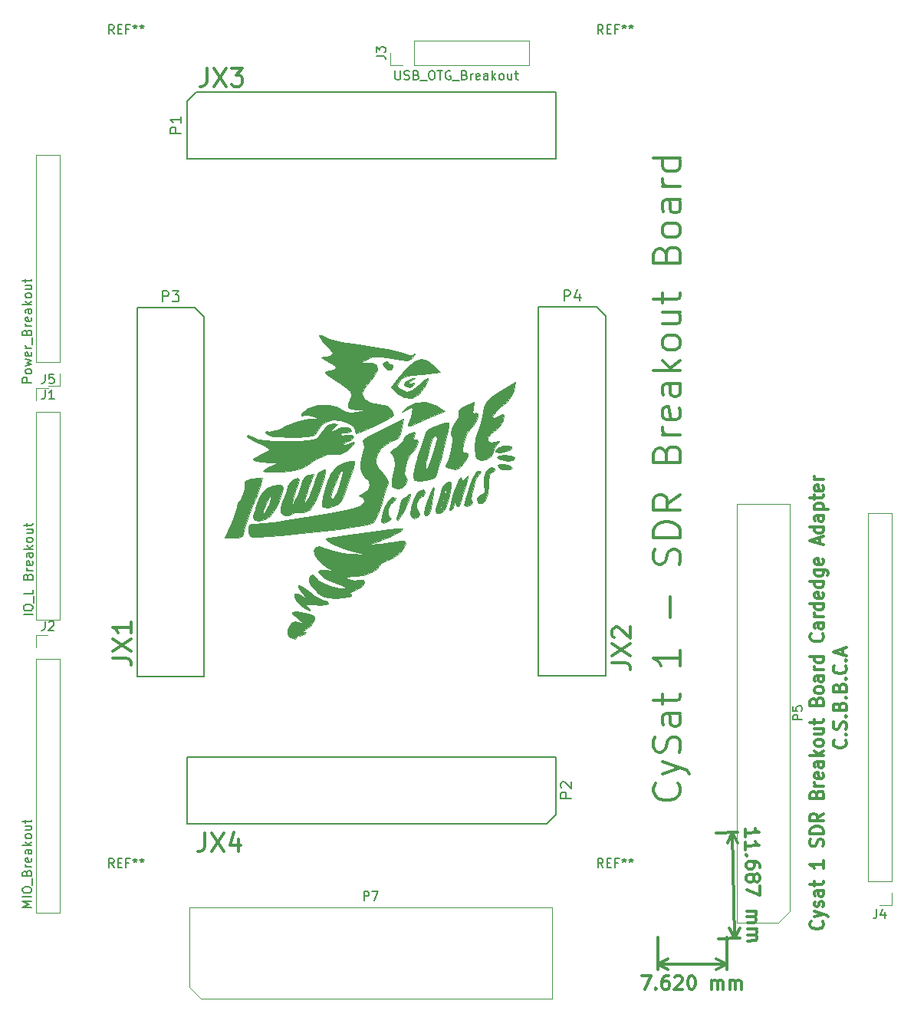
<source format=gbr>
G04 #@! TF.GenerationSoftware,KiCad,Pcbnew,5.0.0*
G04 #@! TF.CreationDate,2018-07-28T22:46:17-05:00*
G04 #@! TF.ProjectId,breakout,627265616B6F75742E6B696361645F70,rev?*
G04 #@! TF.SameCoordinates,Original*
G04 #@! TF.FileFunction,Legend,Top*
G04 #@! TF.FilePolarity,Positive*
%FSLAX46Y46*%
G04 Gerber Fmt 4.6, Leading zero omitted, Abs format (unit mm)*
G04 Created by KiCad (PCBNEW 5.0.0) date Sat Jul 28 22:46:17 2018*
%MOMM*%
%LPD*%
G01*
G04 APERTURE LIST*
%ADD10C,0.300000*%
%ADD11C,0.150000*%
%ADD12C,0.120000*%
%ADD13C,0.010000*%
G04 APERTURE END LIST*
D10*
X150511571Y-167521571D02*
X151511571Y-167521571D01*
X150868714Y-169021571D01*
X152083000Y-168878714D02*
X152154428Y-168950142D01*
X152083000Y-169021571D01*
X152011571Y-168950142D01*
X152083000Y-168878714D01*
X152083000Y-169021571D01*
X153440142Y-167521571D02*
X153154428Y-167521571D01*
X153011571Y-167593000D01*
X152940142Y-167664428D01*
X152797285Y-167878714D01*
X152725857Y-168164428D01*
X152725857Y-168735857D01*
X152797285Y-168878714D01*
X152868714Y-168950142D01*
X153011571Y-169021571D01*
X153297285Y-169021571D01*
X153440142Y-168950142D01*
X153511571Y-168878714D01*
X153583000Y-168735857D01*
X153583000Y-168378714D01*
X153511571Y-168235857D01*
X153440142Y-168164428D01*
X153297285Y-168093000D01*
X153011571Y-168093000D01*
X152868714Y-168164428D01*
X152797285Y-168235857D01*
X152725857Y-168378714D01*
X154154428Y-167664428D02*
X154225857Y-167593000D01*
X154368714Y-167521571D01*
X154725857Y-167521571D01*
X154868714Y-167593000D01*
X154940142Y-167664428D01*
X155011571Y-167807285D01*
X155011571Y-167950142D01*
X154940142Y-168164428D01*
X154083000Y-169021571D01*
X155011571Y-169021571D01*
X155940142Y-167521571D02*
X156083000Y-167521571D01*
X156225857Y-167593000D01*
X156297285Y-167664428D01*
X156368714Y-167807285D01*
X156440142Y-168093000D01*
X156440142Y-168450142D01*
X156368714Y-168735857D01*
X156297285Y-168878714D01*
X156225857Y-168950142D01*
X156083000Y-169021571D01*
X155940142Y-169021571D01*
X155797285Y-168950142D01*
X155725857Y-168878714D01*
X155654428Y-168735857D01*
X155583000Y-168450142D01*
X155583000Y-168093000D01*
X155654428Y-167807285D01*
X155725857Y-167664428D01*
X155797285Y-167593000D01*
X155940142Y-167521571D01*
X158225857Y-169021571D02*
X158225857Y-168021571D01*
X158225857Y-168164428D02*
X158297285Y-168093000D01*
X158440142Y-168021571D01*
X158654428Y-168021571D01*
X158797285Y-168093000D01*
X158868714Y-168235857D01*
X158868714Y-169021571D01*
X158868714Y-168235857D02*
X158940142Y-168093000D01*
X159083000Y-168021571D01*
X159297285Y-168021571D01*
X159440142Y-168093000D01*
X159511571Y-168235857D01*
X159511571Y-169021571D01*
X160225857Y-169021571D02*
X160225857Y-168021571D01*
X160225857Y-168164428D02*
X160297285Y-168093000D01*
X160440142Y-168021571D01*
X160654428Y-168021571D01*
X160797285Y-168093000D01*
X160868714Y-168235857D01*
X160868714Y-169021571D01*
X160868714Y-168235857D02*
X160940142Y-168093000D01*
X161083000Y-168021571D01*
X161297285Y-168021571D01*
X161440142Y-168093000D01*
X161511571Y-168235857D01*
X161511571Y-169021571D01*
X159893000Y-166243000D02*
X152273000Y-166243000D01*
X159893000Y-163322000D02*
X159893000Y-166829421D01*
X152273000Y-163322000D02*
X152273000Y-166829421D01*
X152273000Y-166243000D02*
X153399504Y-165656579D01*
X152273000Y-166243000D02*
X153399504Y-166829421D01*
X159893000Y-166243000D02*
X158766496Y-165656579D01*
X159893000Y-166243000D02*
X158766496Y-166829421D01*
X161956060Y-152181655D02*
X161937431Y-151324715D01*
X161946746Y-151753185D02*
X163446391Y-151720584D01*
X163229051Y-151582418D01*
X163083123Y-151442699D01*
X163008607Y-151301428D01*
X161987109Y-153609889D02*
X161968480Y-152752949D01*
X161977794Y-153181419D02*
X163477440Y-153148818D01*
X163260100Y-153010652D01*
X163114172Y-152870933D01*
X163039655Y-152729662D01*
X162143904Y-154249490D02*
X162074045Y-154322454D01*
X162001081Y-154252594D01*
X162070940Y-154179630D01*
X162143904Y-154249490D01*
X162001081Y-154252594D01*
X163530222Y-155576816D02*
X163524013Y-155291169D01*
X163449496Y-155149898D01*
X163376532Y-155080039D01*
X163159192Y-154941873D01*
X162871993Y-154876671D01*
X162300699Y-154889090D01*
X162159428Y-154963607D01*
X162089569Y-155036571D01*
X162021262Y-155180946D01*
X162027472Y-155466593D01*
X162101988Y-155607864D01*
X162174953Y-155677724D01*
X162319328Y-155746030D01*
X162676387Y-155738268D01*
X162817658Y-155663752D01*
X162887517Y-155590788D01*
X162955824Y-155446412D01*
X162949614Y-155160765D01*
X162875098Y-155019494D01*
X162802134Y-154949635D01*
X162657758Y-154881328D01*
X162909251Y-156590551D02*
X162977558Y-156446176D01*
X163047417Y-156373211D01*
X163188688Y-156298695D01*
X163260100Y-156297142D01*
X163404476Y-156365449D01*
X163477440Y-156435309D01*
X163551956Y-156576579D01*
X163558166Y-156862226D01*
X163489859Y-157006602D01*
X163420000Y-157079566D01*
X163278729Y-157154083D01*
X163207317Y-157155635D01*
X163062942Y-157087328D01*
X162989977Y-157017469D01*
X162915461Y-156876198D01*
X162909251Y-156590551D01*
X162834735Y-156449280D01*
X162761770Y-156379421D01*
X162617395Y-156311114D01*
X162331748Y-156317324D01*
X162190477Y-156391841D01*
X162120618Y-156464805D01*
X162052311Y-156609180D01*
X162058521Y-156894827D01*
X162133037Y-157036098D01*
X162206001Y-157105958D01*
X162350377Y-157174264D01*
X162636024Y-157168055D01*
X162777295Y-157093538D01*
X162847154Y-157020574D01*
X162915461Y-156876198D01*
X163575243Y-157647755D02*
X163596977Y-158647519D01*
X162083359Y-158037414D01*
X162134589Y-160394001D02*
X163134353Y-160372267D01*
X162991530Y-160375371D02*
X163064494Y-160445231D01*
X163139011Y-160586502D01*
X163143668Y-160800737D01*
X163075361Y-160945113D01*
X162934090Y-161019629D01*
X162148561Y-161036706D01*
X162934090Y-161019629D02*
X163078466Y-161087936D01*
X163152982Y-161229207D01*
X163157640Y-161443442D01*
X163089333Y-161587818D01*
X162948062Y-161662334D01*
X162162533Y-161679411D01*
X162178057Y-162393528D02*
X163177821Y-162371794D01*
X163034998Y-162374899D02*
X163107962Y-162444758D01*
X163182479Y-162586029D01*
X163187136Y-162800264D01*
X163118829Y-162944640D01*
X162977558Y-163019157D01*
X162192029Y-163036233D01*
X162977558Y-163019157D02*
X163121934Y-163087464D01*
X163196450Y-163228735D01*
X163201108Y-163442970D01*
X163132801Y-163587345D01*
X162991530Y-163661862D01*
X162206001Y-163678939D01*
X160778400Y-163410426D02*
X160524400Y-151726426D01*
X159004000Y-163449000D02*
X161364682Y-163397681D01*
X158750000Y-151765000D02*
X161110682Y-151713681D01*
X160524400Y-151726426D02*
X161135166Y-152839918D01*
X160524400Y-151726426D02*
X159962601Y-152865409D01*
X160778400Y-163410426D02*
X161340199Y-162271443D01*
X160778400Y-163410426D02*
X160167634Y-162296934D01*
X154487428Y-146291857D02*
X154630285Y-146434714D01*
X154773142Y-146863285D01*
X154773142Y-147149000D01*
X154630285Y-147577571D01*
X154344571Y-147863285D01*
X154058857Y-148006142D01*
X153487428Y-148149000D01*
X153058857Y-148149000D01*
X152487428Y-148006142D01*
X152201714Y-147863285D01*
X151916000Y-147577571D01*
X151773142Y-147149000D01*
X151773142Y-146863285D01*
X151916000Y-146434714D01*
X152058857Y-146291857D01*
X152773142Y-145291857D02*
X154773142Y-144577571D01*
X152773142Y-143863285D02*
X154773142Y-144577571D01*
X155487428Y-144863285D01*
X155630285Y-145006142D01*
X155773142Y-145291857D01*
X154630285Y-142863285D02*
X154773142Y-142434714D01*
X154773142Y-141720428D01*
X154630285Y-141434714D01*
X154487428Y-141291857D01*
X154201714Y-141149000D01*
X153916000Y-141149000D01*
X153630285Y-141291857D01*
X153487428Y-141434714D01*
X153344571Y-141720428D01*
X153201714Y-142291857D01*
X153058857Y-142577571D01*
X152916000Y-142720428D01*
X152630285Y-142863285D01*
X152344571Y-142863285D01*
X152058857Y-142720428D01*
X151916000Y-142577571D01*
X151773142Y-142291857D01*
X151773142Y-141577571D01*
X151916000Y-141149000D01*
X154773142Y-138577571D02*
X153201714Y-138577571D01*
X152916000Y-138720428D01*
X152773142Y-139006142D01*
X152773142Y-139577571D01*
X152916000Y-139863285D01*
X154630285Y-138577571D02*
X154773142Y-138863285D01*
X154773142Y-139577571D01*
X154630285Y-139863285D01*
X154344571Y-140006142D01*
X154058857Y-140006142D01*
X153773142Y-139863285D01*
X153630285Y-139577571D01*
X153630285Y-138863285D01*
X153487428Y-138577571D01*
X152773142Y-137577571D02*
X152773142Y-136434714D01*
X151773142Y-137149000D02*
X154344571Y-137149000D01*
X154630285Y-137006142D01*
X154773142Y-136720428D01*
X154773142Y-136434714D01*
X154773142Y-131577571D02*
X154773142Y-133291857D01*
X154773142Y-132434714D02*
X151773142Y-132434714D01*
X152201714Y-132720428D01*
X152487428Y-133006142D01*
X152630285Y-133291857D01*
X153630285Y-128006142D02*
X153630285Y-125720428D01*
X154630285Y-122149000D02*
X154773142Y-121720428D01*
X154773142Y-121006142D01*
X154630285Y-120720428D01*
X154487428Y-120577571D01*
X154201714Y-120434714D01*
X153916000Y-120434714D01*
X153630285Y-120577571D01*
X153487428Y-120720428D01*
X153344571Y-121006142D01*
X153201714Y-121577571D01*
X153058857Y-121863285D01*
X152916000Y-122006142D01*
X152630285Y-122149000D01*
X152344571Y-122149000D01*
X152058857Y-122006142D01*
X151916000Y-121863285D01*
X151773142Y-121577571D01*
X151773142Y-120863285D01*
X151916000Y-120434714D01*
X154773142Y-119149000D02*
X151773142Y-119149000D01*
X151773142Y-118434714D01*
X151916000Y-118006142D01*
X152201714Y-117720428D01*
X152487428Y-117577571D01*
X153058857Y-117434714D01*
X153487428Y-117434714D01*
X154058857Y-117577571D01*
X154344571Y-117720428D01*
X154630285Y-118006142D01*
X154773142Y-118434714D01*
X154773142Y-119149000D01*
X154773142Y-114434714D02*
X153344571Y-115434714D01*
X154773142Y-116149000D02*
X151773142Y-116149000D01*
X151773142Y-115006142D01*
X151916000Y-114720428D01*
X152058857Y-114577571D01*
X152344571Y-114434714D01*
X152773142Y-114434714D01*
X153058857Y-114577571D01*
X153201714Y-114720428D01*
X153344571Y-115006142D01*
X153344571Y-116149000D01*
X153201714Y-109863285D02*
X153344571Y-109434714D01*
X153487428Y-109291857D01*
X153773142Y-109149000D01*
X154201714Y-109149000D01*
X154487428Y-109291857D01*
X154630285Y-109434714D01*
X154773142Y-109720428D01*
X154773142Y-110863285D01*
X151773142Y-110863285D01*
X151773142Y-109863285D01*
X151916000Y-109577571D01*
X152058857Y-109434714D01*
X152344571Y-109291857D01*
X152630285Y-109291857D01*
X152916000Y-109434714D01*
X153058857Y-109577571D01*
X153201714Y-109863285D01*
X153201714Y-110863285D01*
X154773142Y-107863285D02*
X152773142Y-107863285D01*
X153344571Y-107863285D02*
X153058857Y-107720428D01*
X152916000Y-107577571D01*
X152773142Y-107291857D01*
X152773142Y-107006142D01*
X154630285Y-104863285D02*
X154773142Y-105149000D01*
X154773142Y-105720428D01*
X154630285Y-106006142D01*
X154344571Y-106149000D01*
X153201714Y-106149000D01*
X152916000Y-106006142D01*
X152773142Y-105720428D01*
X152773142Y-105149000D01*
X152916000Y-104863285D01*
X153201714Y-104720428D01*
X153487428Y-104720428D01*
X153773142Y-106149000D01*
X154773142Y-102149000D02*
X153201714Y-102149000D01*
X152916000Y-102291857D01*
X152773142Y-102577571D01*
X152773142Y-103149000D01*
X152916000Y-103434714D01*
X154630285Y-102149000D02*
X154773142Y-102434714D01*
X154773142Y-103149000D01*
X154630285Y-103434714D01*
X154344571Y-103577571D01*
X154058857Y-103577571D01*
X153773142Y-103434714D01*
X153630285Y-103149000D01*
X153630285Y-102434714D01*
X153487428Y-102149000D01*
X154773142Y-100720428D02*
X151773142Y-100720428D01*
X153630285Y-100434714D02*
X154773142Y-99577571D01*
X152773142Y-99577571D02*
X153916000Y-100720428D01*
X154773142Y-97863285D02*
X154630285Y-98149000D01*
X154487428Y-98291857D01*
X154201714Y-98434714D01*
X153344571Y-98434714D01*
X153058857Y-98291857D01*
X152916000Y-98149000D01*
X152773142Y-97863285D01*
X152773142Y-97434714D01*
X152916000Y-97149000D01*
X153058857Y-97006142D01*
X153344571Y-96863285D01*
X154201714Y-96863285D01*
X154487428Y-97006142D01*
X154630285Y-97149000D01*
X154773142Y-97434714D01*
X154773142Y-97863285D01*
X152773142Y-94291857D02*
X154773142Y-94291857D01*
X152773142Y-95577571D02*
X154344571Y-95577571D01*
X154630285Y-95434714D01*
X154773142Y-95149000D01*
X154773142Y-94720428D01*
X154630285Y-94434714D01*
X154487428Y-94291857D01*
X152773142Y-93291857D02*
X152773142Y-92149000D01*
X151773142Y-92863285D02*
X154344571Y-92863285D01*
X154630285Y-92720428D01*
X154773142Y-92434714D01*
X154773142Y-92149000D01*
X153201714Y-87863285D02*
X153344571Y-87434714D01*
X153487428Y-87291857D01*
X153773142Y-87149000D01*
X154201714Y-87149000D01*
X154487428Y-87291857D01*
X154630285Y-87434714D01*
X154773142Y-87720428D01*
X154773142Y-88863285D01*
X151773142Y-88863285D01*
X151773142Y-87863285D01*
X151916000Y-87577571D01*
X152058857Y-87434714D01*
X152344571Y-87291857D01*
X152630285Y-87291857D01*
X152916000Y-87434714D01*
X153058857Y-87577571D01*
X153201714Y-87863285D01*
X153201714Y-88863285D01*
X154773142Y-85434714D02*
X154630285Y-85720428D01*
X154487428Y-85863285D01*
X154201714Y-86006142D01*
X153344571Y-86006142D01*
X153058857Y-85863285D01*
X152916000Y-85720428D01*
X152773142Y-85434714D01*
X152773142Y-85006142D01*
X152916000Y-84720428D01*
X153058857Y-84577571D01*
X153344571Y-84434714D01*
X154201714Y-84434714D01*
X154487428Y-84577571D01*
X154630285Y-84720428D01*
X154773142Y-85006142D01*
X154773142Y-85434714D01*
X154773142Y-81863285D02*
X153201714Y-81863285D01*
X152916000Y-82006142D01*
X152773142Y-82291857D01*
X152773142Y-82863285D01*
X152916000Y-83149000D01*
X154630285Y-81863285D02*
X154773142Y-82149000D01*
X154773142Y-82863285D01*
X154630285Y-83149000D01*
X154344571Y-83291857D01*
X154058857Y-83291857D01*
X153773142Y-83149000D01*
X153630285Y-82863285D01*
X153630285Y-82149000D01*
X153487428Y-81863285D01*
X154773142Y-80434714D02*
X152773142Y-80434714D01*
X153344571Y-80434714D02*
X153058857Y-80291857D01*
X152916000Y-80149000D01*
X152773142Y-79863285D01*
X152773142Y-79577571D01*
X154773142Y-77291857D02*
X151773142Y-77291857D01*
X154630285Y-77291857D02*
X154773142Y-77577571D01*
X154773142Y-78149000D01*
X154630285Y-78434714D01*
X154487428Y-78577571D01*
X154201714Y-78720428D01*
X153344571Y-78720428D01*
X153058857Y-78577571D01*
X152916000Y-78434714D01*
X152773142Y-78149000D01*
X152773142Y-77577571D01*
X152916000Y-77291857D01*
X102520952Y-67357761D02*
X102520952Y-68786333D01*
X102425714Y-69072047D01*
X102235238Y-69262523D01*
X101949523Y-69357761D01*
X101759047Y-69357761D01*
X103282857Y-67357761D02*
X104616190Y-69357761D01*
X104616190Y-67357761D02*
X103282857Y-69357761D01*
X105187619Y-67357761D02*
X106425714Y-67357761D01*
X105759047Y-68119666D01*
X106044761Y-68119666D01*
X106235238Y-68214904D01*
X106330476Y-68310142D01*
X106425714Y-68500619D01*
X106425714Y-68976809D01*
X106330476Y-69167285D01*
X106235238Y-69262523D01*
X106044761Y-69357761D01*
X105473333Y-69357761D01*
X105282857Y-69262523D01*
X105187619Y-69167285D01*
X102266952Y-151812761D02*
X102266952Y-153241333D01*
X102171714Y-153527047D01*
X101981238Y-153717523D01*
X101695523Y-153812761D01*
X101505047Y-153812761D01*
X103028857Y-151812761D02*
X104362190Y-153812761D01*
X104362190Y-151812761D02*
X103028857Y-153812761D01*
X105981238Y-152479428D02*
X105981238Y-153812761D01*
X105505047Y-151717523D02*
X105028857Y-153146095D01*
X106266952Y-153146095D01*
X147240761Y-132937047D02*
X148669333Y-132937047D01*
X148955047Y-133032285D01*
X149145523Y-133222761D01*
X149240761Y-133508476D01*
X149240761Y-133698952D01*
X147240761Y-132175142D02*
X149240761Y-130841809D01*
X147240761Y-130841809D02*
X149240761Y-132175142D01*
X147431238Y-130175142D02*
X147336000Y-130079904D01*
X147240761Y-129889428D01*
X147240761Y-129413238D01*
X147336000Y-129222761D01*
X147431238Y-129127523D01*
X147621714Y-129032285D01*
X147812190Y-129032285D01*
X148097904Y-129127523D01*
X149240761Y-130270380D01*
X149240761Y-129032285D01*
X92122761Y-132429047D02*
X93551333Y-132429047D01*
X93837047Y-132524285D01*
X94027523Y-132714761D01*
X94122761Y-133000476D01*
X94122761Y-133190952D01*
X92122761Y-131667142D02*
X94122761Y-130333809D01*
X92122761Y-130333809D02*
X94122761Y-131667142D01*
X94122761Y-128524285D02*
X94122761Y-129667142D01*
X94122761Y-129095714D02*
X92122761Y-129095714D01*
X92408476Y-129286190D01*
X92598952Y-129476666D01*
X92694190Y-129667142D01*
X170456714Y-161506000D02*
X170528142Y-161572666D01*
X170599571Y-161772666D01*
X170599571Y-161906000D01*
X170528142Y-162106000D01*
X170385285Y-162239333D01*
X170242428Y-162306000D01*
X169956714Y-162372666D01*
X169742428Y-162372666D01*
X169456714Y-162306000D01*
X169313857Y-162239333D01*
X169171000Y-162106000D01*
X169099571Y-161906000D01*
X169099571Y-161772666D01*
X169171000Y-161572666D01*
X169242428Y-161506000D01*
X169599571Y-161039333D02*
X170599571Y-160706000D01*
X169599571Y-160372666D02*
X170599571Y-160706000D01*
X170956714Y-160839333D01*
X171028142Y-160906000D01*
X171099571Y-161039333D01*
X170528142Y-159906000D02*
X170599571Y-159772666D01*
X170599571Y-159506000D01*
X170528142Y-159372666D01*
X170385285Y-159306000D01*
X170313857Y-159306000D01*
X170171000Y-159372666D01*
X170099571Y-159506000D01*
X170099571Y-159706000D01*
X170028142Y-159839333D01*
X169885285Y-159906000D01*
X169813857Y-159906000D01*
X169671000Y-159839333D01*
X169599571Y-159706000D01*
X169599571Y-159506000D01*
X169671000Y-159372666D01*
X170599571Y-158106000D02*
X169813857Y-158106000D01*
X169671000Y-158172666D01*
X169599571Y-158306000D01*
X169599571Y-158572666D01*
X169671000Y-158706000D01*
X170528142Y-158106000D02*
X170599571Y-158239333D01*
X170599571Y-158572666D01*
X170528142Y-158706000D01*
X170385285Y-158772666D01*
X170242428Y-158772666D01*
X170099571Y-158706000D01*
X170028142Y-158572666D01*
X170028142Y-158239333D01*
X169956714Y-158106000D01*
X169599571Y-157639333D02*
X169599571Y-157106000D01*
X169099571Y-157439333D02*
X170385285Y-157439333D01*
X170528142Y-157372666D01*
X170599571Y-157239333D01*
X170599571Y-157106000D01*
X170599571Y-154839333D02*
X170599571Y-155639333D01*
X170599571Y-155239333D02*
X169099571Y-155239333D01*
X169313857Y-155372666D01*
X169456714Y-155506000D01*
X169528142Y-155639333D01*
X170528142Y-153239333D02*
X170599571Y-153039333D01*
X170599571Y-152706000D01*
X170528142Y-152572666D01*
X170456714Y-152506000D01*
X170313857Y-152439333D01*
X170171000Y-152439333D01*
X170028142Y-152506000D01*
X169956714Y-152572666D01*
X169885285Y-152706000D01*
X169813857Y-152972666D01*
X169742428Y-153106000D01*
X169671000Y-153172666D01*
X169528142Y-153239333D01*
X169385285Y-153239333D01*
X169242428Y-153172666D01*
X169171000Y-153106000D01*
X169099571Y-152972666D01*
X169099571Y-152639333D01*
X169171000Y-152439333D01*
X170599571Y-151839333D02*
X169099571Y-151839333D01*
X169099571Y-151506000D01*
X169171000Y-151306000D01*
X169313857Y-151172666D01*
X169456714Y-151106000D01*
X169742428Y-151039333D01*
X169956714Y-151039333D01*
X170242428Y-151106000D01*
X170385285Y-151172666D01*
X170528142Y-151306000D01*
X170599571Y-151506000D01*
X170599571Y-151839333D01*
X170599571Y-149639333D02*
X169885285Y-150106000D01*
X170599571Y-150439333D02*
X169099571Y-150439333D01*
X169099571Y-149906000D01*
X169171000Y-149772666D01*
X169242428Y-149706000D01*
X169385285Y-149639333D01*
X169599571Y-149639333D01*
X169742428Y-149706000D01*
X169813857Y-149772666D01*
X169885285Y-149906000D01*
X169885285Y-150439333D01*
X169813857Y-147506000D02*
X169885285Y-147306000D01*
X169956714Y-147239333D01*
X170099571Y-147172666D01*
X170313857Y-147172666D01*
X170456714Y-147239333D01*
X170528142Y-147306000D01*
X170599571Y-147439333D01*
X170599571Y-147972666D01*
X169099571Y-147972666D01*
X169099571Y-147506000D01*
X169171000Y-147372666D01*
X169242428Y-147306000D01*
X169385285Y-147239333D01*
X169528142Y-147239333D01*
X169671000Y-147306000D01*
X169742428Y-147372666D01*
X169813857Y-147506000D01*
X169813857Y-147972666D01*
X170599571Y-146572666D02*
X169599571Y-146572666D01*
X169885285Y-146572666D02*
X169742428Y-146506000D01*
X169671000Y-146439333D01*
X169599571Y-146306000D01*
X169599571Y-146172666D01*
X170528142Y-145172666D02*
X170599571Y-145306000D01*
X170599571Y-145572666D01*
X170528142Y-145706000D01*
X170385285Y-145772666D01*
X169813857Y-145772666D01*
X169671000Y-145706000D01*
X169599571Y-145572666D01*
X169599571Y-145306000D01*
X169671000Y-145172666D01*
X169813857Y-145106000D01*
X169956714Y-145106000D01*
X170099571Y-145772666D01*
X170599571Y-143906000D02*
X169813857Y-143906000D01*
X169671000Y-143972666D01*
X169599571Y-144106000D01*
X169599571Y-144372666D01*
X169671000Y-144506000D01*
X170528142Y-143906000D02*
X170599571Y-144039333D01*
X170599571Y-144372666D01*
X170528142Y-144506000D01*
X170385285Y-144572666D01*
X170242428Y-144572666D01*
X170099571Y-144506000D01*
X170028142Y-144372666D01*
X170028142Y-144039333D01*
X169956714Y-143906000D01*
X170599571Y-143239333D02*
X169099571Y-143239333D01*
X170028142Y-143106000D02*
X170599571Y-142706000D01*
X169599571Y-142706000D02*
X170171000Y-143239333D01*
X170599571Y-141906000D02*
X170528142Y-142039333D01*
X170456714Y-142106000D01*
X170313857Y-142172666D01*
X169885285Y-142172666D01*
X169742428Y-142106000D01*
X169671000Y-142039333D01*
X169599571Y-141906000D01*
X169599571Y-141706000D01*
X169671000Y-141572666D01*
X169742428Y-141506000D01*
X169885285Y-141439333D01*
X170313857Y-141439333D01*
X170456714Y-141506000D01*
X170528142Y-141572666D01*
X170599571Y-141706000D01*
X170599571Y-141906000D01*
X169599571Y-140239333D02*
X170599571Y-140239333D01*
X169599571Y-140839333D02*
X170385285Y-140839333D01*
X170528142Y-140772666D01*
X170599571Y-140639333D01*
X170599571Y-140439333D01*
X170528142Y-140306000D01*
X170456714Y-140239333D01*
X169599571Y-139772666D02*
X169599571Y-139239333D01*
X169099571Y-139572666D02*
X170385285Y-139572666D01*
X170528142Y-139506000D01*
X170599571Y-139372666D01*
X170599571Y-139239333D01*
X169813857Y-137239333D02*
X169885285Y-137039333D01*
X169956714Y-136972666D01*
X170099571Y-136906000D01*
X170313857Y-136906000D01*
X170456714Y-136972666D01*
X170528142Y-137039333D01*
X170599571Y-137172666D01*
X170599571Y-137706000D01*
X169099571Y-137706000D01*
X169099571Y-137239333D01*
X169171000Y-137106000D01*
X169242428Y-137039333D01*
X169385285Y-136972666D01*
X169528142Y-136972666D01*
X169671000Y-137039333D01*
X169742428Y-137106000D01*
X169813857Y-137239333D01*
X169813857Y-137706000D01*
X170599571Y-136106000D02*
X170528142Y-136239333D01*
X170456714Y-136306000D01*
X170313857Y-136372666D01*
X169885285Y-136372666D01*
X169742428Y-136306000D01*
X169671000Y-136239333D01*
X169599571Y-136106000D01*
X169599571Y-135906000D01*
X169671000Y-135772666D01*
X169742428Y-135706000D01*
X169885285Y-135639333D01*
X170313857Y-135639333D01*
X170456714Y-135706000D01*
X170528142Y-135772666D01*
X170599571Y-135906000D01*
X170599571Y-136106000D01*
X170599571Y-134439333D02*
X169813857Y-134439333D01*
X169671000Y-134506000D01*
X169599571Y-134639333D01*
X169599571Y-134906000D01*
X169671000Y-135039333D01*
X170528142Y-134439333D02*
X170599571Y-134572666D01*
X170599571Y-134906000D01*
X170528142Y-135039333D01*
X170385285Y-135106000D01*
X170242428Y-135106000D01*
X170099571Y-135039333D01*
X170028142Y-134906000D01*
X170028142Y-134572666D01*
X169956714Y-134439333D01*
X170599571Y-133772666D02*
X169599571Y-133772666D01*
X169885285Y-133772666D02*
X169742428Y-133706000D01*
X169671000Y-133639333D01*
X169599571Y-133506000D01*
X169599571Y-133372666D01*
X170599571Y-132306000D02*
X169099571Y-132306000D01*
X170528142Y-132306000D02*
X170599571Y-132439333D01*
X170599571Y-132706000D01*
X170528142Y-132839333D01*
X170456714Y-132906000D01*
X170313857Y-132972666D01*
X169885285Y-132972666D01*
X169742428Y-132906000D01*
X169671000Y-132839333D01*
X169599571Y-132706000D01*
X169599571Y-132439333D01*
X169671000Y-132306000D01*
X170456714Y-129772666D02*
X170528142Y-129839333D01*
X170599571Y-130039333D01*
X170599571Y-130172666D01*
X170528142Y-130372666D01*
X170385285Y-130506000D01*
X170242428Y-130572666D01*
X169956714Y-130639333D01*
X169742428Y-130639333D01*
X169456714Y-130572666D01*
X169313857Y-130506000D01*
X169171000Y-130372666D01*
X169099571Y-130172666D01*
X169099571Y-130039333D01*
X169171000Y-129839333D01*
X169242428Y-129772666D01*
X170599571Y-128572666D02*
X169813857Y-128572666D01*
X169671000Y-128639333D01*
X169599571Y-128772666D01*
X169599571Y-129039333D01*
X169671000Y-129172666D01*
X170528142Y-128572666D02*
X170599571Y-128706000D01*
X170599571Y-129039333D01*
X170528142Y-129172666D01*
X170385285Y-129239333D01*
X170242428Y-129239333D01*
X170099571Y-129172666D01*
X170028142Y-129039333D01*
X170028142Y-128706000D01*
X169956714Y-128572666D01*
X170599571Y-127906000D02*
X169599571Y-127906000D01*
X169885285Y-127906000D02*
X169742428Y-127839333D01*
X169671000Y-127772666D01*
X169599571Y-127639333D01*
X169599571Y-127506000D01*
X170599571Y-126439333D02*
X169099571Y-126439333D01*
X170528142Y-126439333D02*
X170599571Y-126572666D01*
X170599571Y-126839333D01*
X170528142Y-126972666D01*
X170456714Y-127039333D01*
X170313857Y-127106000D01*
X169885285Y-127106000D01*
X169742428Y-127039333D01*
X169671000Y-126972666D01*
X169599571Y-126839333D01*
X169599571Y-126572666D01*
X169671000Y-126439333D01*
X170528142Y-125239333D02*
X170599571Y-125372666D01*
X170599571Y-125639333D01*
X170528142Y-125772666D01*
X170385285Y-125839333D01*
X169813857Y-125839333D01*
X169671000Y-125772666D01*
X169599571Y-125639333D01*
X169599571Y-125372666D01*
X169671000Y-125239333D01*
X169813857Y-125172666D01*
X169956714Y-125172666D01*
X170099571Y-125839333D01*
X170599571Y-123972666D02*
X169099571Y-123972666D01*
X170528142Y-123972666D02*
X170599571Y-124106000D01*
X170599571Y-124372666D01*
X170528142Y-124506000D01*
X170456714Y-124572666D01*
X170313857Y-124639333D01*
X169885285Y-124639333D01*
X169742428Y-124572666D01*
X169671000Y-124506000D01*
X169599571Y-124372666D01*
X169599571Y-124106000D01*
X169671000Y-123972666D01*
X169599571Y-122706000D02*
X170813857Y-122706000D01*
X170956714Y-122772666D01*
X171028142Y-122839333D01*
X171099571Y-122972666D01*
X171099571Y-123172666D01*
X171028142Y-123306000D01*
X170528142Y-122706000D02*
X170599571Y-122839333D01*
X170599571Y-123106000D01*
X170528142Y-123239333D01*
X170456714Y-123306000D01*
X170313857Y-123372666D01*
X169885285Y-123372666D01*
X169742428Y-123306000D01*
X169671000Y-123239333D01*
X169599571Y-123106000D01*
X169599571Y-122839333D01*
X169671000Y-122706000D01*
X170528142Y-121506000D02*
X170599571Y-121639333D01*
X170599571Y-121906000D01*
X170528142Y-122039333D01*
X170385285Y-122106000D01*
X169813857Y-122106000D01*
X169671000Y-122039333D01*
X169599571Y-121906000D01*
X169599571Y-121639333D01*
X169671000Y-121506000D01*
X169813857Y-121439333D01*
X169956714Y-121439333D01*
X170099571Y-122106000D01*
X170171000Y-119839333D02*
X170171000Y-119172666D01*
X170599571Y-119972666D02*
X169099571Y-119506000D01*
X170599571Y-119039333D01*
X170599571Y-117972666D02*
X169099571Y-117972666D01*
X170528142Y-117972666D02*
X170599571Y-118106000D01*
X170599571Y-118372666D01*
X170528142Y-118506000D01*
X170456714Y-118572666D01*
X170313857Y-118639333D01*
X169885285Y-118639333D01*
X169742428Y-118572666D01*
X169671000Y-118506000D01*
X169599571Y-118372666D01*
X169599571Y-118106000D01*
X169671000Y-117972666D01*
X170599571Y-116706000D02*
X169813857Y-116706000D01*
X169671000Y-116772666D01*
X169599571Y-116906000D01*
X169599571Y-117172666D01*
X169671000Y-117306000D01*
X170528142Y-116706000D02*
X170599571Y-116839333D01*
X170599571Y-117172666D01*
X170528142Y-117306000D01*
X170385285Y-117372666D01*
X170242428Y-117372666D01*
X170099571Y-117306000D01*
X170028142Y-117172666D01*
X170028142Y-116839333D01*
X169956714Y-116706000D01*
X169599571Y-116039333D02*
X171099571Y-116039333D01*
X169671000Y-116039333D02*
X169599571Y-115906000D01*
X169599571Y-115639333D01*
X169671000Y-115506000D01*
X169742428Y-115439333D01*
X169885285Y-115372666D01*
X170313857Y-115372666D01*
X170456714Y-115439333D01*
X170528142Y-115506000D01*
X170599571Y-115639333D01*
X170599571Y-115906000D01*
X170528142Y-116039333D01*
X169599571Y-114972666D02*
X169599571Y-114439333D01*
X169099571Y-114772666D02*
X170385285Y-114772666D01*
X170528142Y-114706000D01*
X170599571Y-114572666D01*
X170599571Y-114439333D01*
X170528142Y-113439333D02*
X170599571Y-113572666D01*
X170599571Y-113839333D01*
X170528142Y-113972666D01*
X170385285Y-114039333D01*
X169813857Y-114039333D01*
X169671000Y-113972666D01*
X169599571Y-113839333D01*
X169599571Y-113572666D01*
X169671000Y-113439333D01*
X169813857Y-113372666D01*
X169956714Y-113372666D01*
X170099571Y-114039333D01*
X170599571Y-112772666D02*
X169599571Y-112772666D01*
X169885285Y-112772666D02*
X169742428Y-112706000D01*
X169671000Y-112639333D01*
X169599571Y-112506000D01*
X169599571Y-112372666D01*
X173006714Y-141506000D02*
X173078142Y-141572666D01*
X173149571Y-141772666D01*
X173149571Y-141906000D01*
X173078142Y-142106000D01*
X172935285Y-142239333D01*
X172792428Y-142306000D01*
X172506714Y-142372666D01*
X172292428Y-142372666D01*
X172006714Y-142306000D01*
X171863857Y-142239333D01*
X171721000Y-142106000D01*
X171649571Y-141906000D01*
X171649571Y-141772666D01*
X171721000Y-141572666D01*
X171792428Y-141506000D01*
X173006714Y-140906000D02*
X173078142Y-140839333D01*
X173149571Y-140906000D01*
X173078142Y-140972666D01*
X173006714Y-140906000D01*
X173149571Y-140906000D01*
X173078142Y-140306000D02*
X173149571Y-140106000D01*
X173149571Y-139772666D01*
X173078142Y-139639333D01*
X173006714Y-139572666D01*
X172863857Y-139506000D01*
X172721000Y-139506000D01*
X172578142Y-139572666D01*
X172506714Y-139639333D01*
X172435285Y-139772666D01*
X172363857Y-140039333D01*
X172292428Y-140172666D01*
X172221000Y-140239333D01*
X172078142Y-140306000D01*
X171935285Y-140306000D01*
X171792428Y-140239333D01*
X171721000Y-140172666D01*
X171649571Y-140039333D01*
X171649571Y-139706000D01*
X171721000Y-139506000D01*
X173006714Y-138906000D02*
X173078142Y-138839333D01*
X173149571Y-138906000D01*
X173078142Y-138972666D01*
X173006714Y-138906000D01*
X173149571Y-138906000D01*
X172363857Y-137772666D02*
X172435285Y-137572666D01*
X172506714Y-137506000D01*
X172649571Y-137439333D01*
X172863857Y-137439333D01*
X173006714Y-137506000D01*
X173078142Y-137572666D01*
X173149571Y-137706000D01*
X173149571Y-138239333D01*
X171649571Y-138239333D01*
X171649571Y-137772666D01*
X171721000Y-137639333D01*
X171792428Y-137572666D01*
X171935285Y-137506000D01*
X172078142Y-137506000D01*
X172221000Y-137572666D01*
X172292428Y-137639333D01*
X172363857Y-137772666D01*
X172363857Y-138239333D01*
X173006714Y-136839333D02*
X173078142Y-136772666D01*
X173149571Y-136839333D01*
X173078142Y-136906000D01*
X173006714Y-136839333D01*
X173149571Y-136839333D01*
X172363857Y-135706000D02*
X172435285Y-135506000D01*
X172506714Y-135439333D01*
X172649571Y-135372666D01*
X172863857Y-135372666D01*
X173006714Y-135439333D01*
X173078142Y-135506000D01*
X173149571Y-135639333D01*
X173149571Y-136172666D01*
X171649571Y-136172666D01*
X171649571Y-135706000D01*
X171721000Y-135572666D01*
X171792428Y-135506000D01*
X171935285Y-135439333D01*
X172078142Y-135439333D01*
X172221000Y-135506000D01*
X172292428Y-135572666D01*
X172363857Y-135706000D01*
X172363857Y-136172666D01*
X173006714Y-134772666D02*
X173078142Y-134706000D01*
X173149571Y-134772666D01*
X173078142Y-134839333D01*
X173006714Y-134772666D01*
X173149571Y-134772666D01*
X173006714Y-133306000D02*
X173078142Y-133372666D01*
X173149571Y-133572666D01*
X173149571Y-133706000D01*
X173078142Y-133906000D01*
X172935285Y-134039333D01*
X172792428Y-134106000D01*
X172506714Y-134172666D01*
X172292428Y-134172666D01*
X172006714Y-134106000D01*
X171863857Y-134039333D01*
X171721000Y-133906000D01*
X171649571Y-133706000D01*
X171649571Y-133572666D01*
X171721000Y-133372666D01*
X171792428Y-133306000D01*
X173006714Y-132706000D02*
X173078142Y-132639333D01*
X173149571Y-132706000D01*
X173078142Y-132772666D01*
X173006714Y-132706000D01*
X173149571Y-132706000D01*
X172721000Y-132106000D02*
X172721000Y-131439333D01*
X173149571Y-132239333D02*
X171649571Y-131772666D01*
X173149571Y-131306000D01*
D11*
G04 #@! TO.C,P4*
X146524200Y-94696000D02*
X145524200Y-93696000D01*
X145524200Y-93696000D02*
X139124200Y-93696000D01*
X139124200Y-93696000D02*
X139124200Y-134396000D01*
X139124200Y-134396000D02*
X146524200Y-134396000D01*
X146524200Y-134396000D02*
X146524200Y-94696000D01*
G04 #@! TO.C,P3*
X102175800Y-94772200D02*
X101175800Y-93772200D01*
X101175800Y-93772200D02*
X94775800Y-93772200D01*
X94775800Y-93772200D02*
X94775800Y-134472200D01*
X94775800Y-134472200D02*
X102175800Y-134472200D01*
X102175800Y-134472200D02*
X102175800Y-94772200D01*
G04 #@! TO.C,P2*
X140000000Y-150766000D02*
X141000000Y-149766000D01*
X141000000Y-149766000D02*
X141000000Y-143366000D01*
X141000000Y-143366000D02*
X100300000Y-143366000D01*
X100300000Y-143366000D02*
X100300000Y-150766000D01*
X100300000Y-150766000D02*
X140000000Y-150766000D01*
G04 #@! TO.C,P1*
X101300000Y-69960000D02*
X100300000Y-70960000D01*
X100300000Y-70960000D02*
X100300000Y-77360000D01*
X100300000Y-77360000D02*
X141000000Y-77360000D01*
X141000000Y-77360000D02*
X141000000Y-69960000D01*
X141000000Y-69960000D02*
X101300000Y-69960000D01*
D12*
G04 #@! TO.C,P7*
X101803800Y-170100000D02*
X140613800Y-170100000D01*
X100533800Y-159990000D02*
X140613800Y-159990000D01*
X100533800Y-168830000D02*
X100533800Y-159990000D01*
X140613800Y-170100000D02*
X140613800Y-159990000D01*
X101803800Y-170100000D02*
X100533800Y-168830000D01*
G04 #@! TO.C,J2*
X83607600Y-160537200D02*
X86267600Y-160537200D01*
X83607600Y-132537200D02*
X83607600Y-160537200D01*
X86267600Y-132537200D02*
X86267600Y-160537200D01*
X83607600Y-132537200D02*
X86267600Y-132537200D01*
X83607600Y-131267200D02*
X83607600Y-129937200D01*
X83607600Y-129937200D02*
X84937600Y-129937200D01*
G04 #@! TO.C,J3*
X138109000Y-66989000D02*
X138109000Y-64329000D01*
X125349000Y-66989000D02*
X138109000Y-66989000D01*
X125349000Y-64329000D02*
X138109000Y-64329000D01*
X125349000Y-66989000D02*
X125349000Y-64329000D01*
X124079000Y-66989000D02*
X122749000Y-66989000D01*
X122749000Y-66989000D02*
X122749000Y-65659000D01*
G04 #@! TO.C,J1*
X86293000Y-76902000D02*
X83633000Y-76902000D01*
X86293000Y-99822000D02*
X86293000Y-76902000D01*
X83633000Y-99822000D02*
X83633000Y-76902000D01*
X86293000Y-99822000D02*
X83633000Y-99822000D01*
X86293000Y-101092000D02*
X86293000Y-102422000D01*
X86293000Y-102422000D02*
X84963000Y-102422000D01*
G04 #@! TO.C,P5*
X166851600Y-160381600D02*
X166851600Y-115411600D01*
X161011600Y-161651600D02*
X161011600Y-115411600D01*
X165581600Y-161651600D02*
X161011600Y-161651600D01*
X166851600Y-115411600D02*
X161011600Y-115411600D01*
X166851600Y-160381600D02*
X165581600Y-161651600D01*
G04 #@! TO.C,J4*
X178114000Y-116424400D02*
X175454000Y-116424400D01*
X178114000Y-157124400D02*
X178114000Y-116424400D01*
X175454000Y-157124400D02*
X175454000Y-116424400D01*
X178114000Y-157124400D02*
X175454000Y-157124400D01*
X178114000Y-158394400D02*
X178114000Y-159724400D01*
X178114000Y-159724400D02*
X176784000Y-159724400D01*
G04 #@! TO.C,J5*
X83633000Y-128203000D02*
X86293000Y-128203000D01*
X83633000Y-105283000D02*
X83633000Y-128203000D01*
X86293000Y-105283000D02*
X86293000Y-128203000D01*
X83633000Y-105283000D02*
X86293000Y-105283000D01*
X83633000Y-104013000D02*
X83633000Y-102683000D01*
X83633000Y-102683000D02*
X84963000Y-102683000D01*
D13*
G04 #@! TO.C,G\002A\002A\002A*
G36*
X122501899Y-99857876D02*
X122722445Y-100073726D01*
X122807327Y-100050659D01*
X122983059Y-100146133D01*
X123007298Y-100316361D01*
X122836343Y-100656011D01*
X122440626Y-100639120D01*
X122046702Y-100328403D01*
X121873548Y-99958629D01*
X122065027Y-99746329D01*
X122414502Y-99732349D01*
X122501899Y-99857876D01*
X122501899Y-99857876D01*
G37*
X122501899Y-99857876D02*
X122722445Y-100073726D01*
X122807327Y-100050659D01*
X122983059Y-100146133D01*
X123007298Y-100316361D01*
X122836343Y-100656011D01*
X122440626Y-100639120D01*
X122046702Y-100328403D01*
X121873548Y-99958629D01*
X122065027Y-99746329D01*
X122414502Y-99732349D01*
X122501899Y-99857876D01*
G36*
X125424295Y-101550991D02*
X125209566Y-101772021D01*
X124968000Y-101929438D01*
X124518521Y-102208420D01*
X124519450Y-102264584D01*
X124934641Y-102158688D01*
X125378689Y-102103742D01*
X125386756Y-102281219D01*
X124975602Y-102551452D01*
X124487153Y-102490121D01*
X124307870Y-102323278D01*
X124383362Y-102018842D01*
X124675566Y-101788541D01*
X125224917Y-101546198D01*
X125424295Y-101550991D01*
X125424295Y-101550991D01*
G37*
X125424295Y-101550991D02*
X125209566Y-101772021D01*
X124968000Y-101929438D01*
X124518521Y-102208420D01*
X124519450Y-102264584D01*
X124934641Y-102158688D01*
X125378689Y-102103742D01*
X125386756Y-102281219D01*
X124975602Y-102551452D01*
X124487153Y-102490121D01*
X124307870Y-102323278D01*
X124383362Y-102018842D01*
X124675566Y-101788541D01*
X125224917Y-101546198D01*
X125424295Y-101550991D01*
G36*
X126830920Y-99636036D02*
X127543087Y-100201911D01*
X127639469Y-100302241D01*
X128222698Y-100923061D01*
X126186975Y-101113824D01*
X125074838Y-101246024D01*
X124368538Y-101414941D01*
X123939186Y-101660815D01*
X123752454Y-101873950D01*
X123500010Y-102327090D01*
X123614054Y-102618663D01*
X123810878Y-102777640D01*
X124487690Y-103081691D01*
X125153376Y-102931401D01*
X125903790Y-102309863D01*
X126525698Y-101729034D01*
X126881349Y-101538433D01*
X126936729Y-101737129D01*
X126657822Y-102324189D01*
X126654169Y-102330420D01*
X125896226Y-103319050D01*
X125097107Y-103777349D01*
X124261197Y-103704032D01*
X123544912Y-103240585D01*
X122790244Y-102569499D01*
X123585146Y-101570734D01*
X124585858Y-100416749D01*
X125417156Y-99723164D01*
X126143893Y-99469690D01*
X126830920Y-99636036D01*
X126830920Y-99636036D01*
G37*
X126830920Y-99636036D02*
X127543087Y-100201911D01*
X127639469Y-100302241D01*
X128222698Y-100923061D01*
X126186975Y-101113824D01*
X125074838Y-101246024D01*
X124368538Y-101414941D01*
X123939186Y-101660815D01*
X123752454Y-101873950D01*
X123500010Y-102327090D01*
X123614054Y-102618663D01*
X123810878Y-102777640D01*
X124487690Y-103081691D01*
X125153376Y-102931401D01*
X125903790Y-102309863D01*
X126525698Y-101729034D01*
X126881349Y-101538433D01*
X126936729Y-101737129D01*
X126657822Y-102324189D01*
X126654169Y-102330420D01*
X125896226Y-103319050D01*
X125097107Y-103777349D01*
X124261197Y-103704032D01*
X123544912Y-103240585D01*
X122790244Y-102569499D01*
X123585146Y-101570734D01*
X124585858Y-100416749D01*
X125417156Y-99723164D01*
X126143893Y-99469690D01*
X126830920Y-99636036D01*
G36*
X127674901Y-104500783D02*
X127987991Y-104677747D01*
X128735351Y-105170527D01*
X127052202Y-105906947D01*
X125934938Y-106394959D01*
X125226106Y-106692363D01*
X124842963Y-106819949D01*
X124702766Y-106798510D01*
X124722773Y-106648838D01*
X124789039Y-106475653D01*
X124998236Y-105839766D01*
X125139034Y-105330976D01*
X125218983Y-104865284D01*
X125029208Y-104810335D01*
X124669999Y-104969858D01*
X124032211Y-105281109D01*
X124663410Y-104731276D01*
X125542972Y-104288628D01*
X126614250Y-104210711D01*
X127674901Y-104500783D01*
X127674901Y-104500783D01*
G37*
X127674901Y-104500783D02*
X127987991Y-104677747D01*
X128735351Y-105170527D01*
X127052202Y-105906947D01*
X125934938Y-106394959D01*
X125226106Y-106692363D01*
X124842963Y-106819949D01*
X124702766Y-106798510D01*
X124722773Y-106648838D01*
X124789039Y-106475653D01*
X124998236Y-105839766D01*
X125139034Y-105330976D01*
X125218983Y-104865284D01*
X125029208Y-104810335D01*
X124669999Y-104969858D01*
X124032211Y-105281109D01*
X124663410Y-104731276D01*
X125542972Y-104288628D01*
X126614250Y-104210711D01*
X127674901Y-104500783D01*
G36*
X115104381Y-96839058D02*
X115288619Y-96933532D01*
X116084906Y-97236445D01*
X117368425Y-97550122D01*
X119155430Y-97878008D01*
X121202505Y-98187381D01*
X122394180Y-98376688D01*
X123404396Y-98577961D01*
X124104386Y-98763207D01*
X124343020Y-98870127D01*
X124868735Y-99033060D01*
X125165122Y-98983222D01*
X125481901Y-98884615D01*
X125407982Y-99030398D01*
X125180646Y-99265852D01*
X124885411Y-99501786D01*
X124513281Y-99597045D01*
X123917710Y-99559580D01*
X122952150Y-99397344D01*
X122908015Y-99389162D01*
X121688976Y-99212354D01*
X120834880Y-99217501D01*
X120355895Y-99337371D01*
X119843288Y-99588263D01*
X119602369Y-99800176D01*
X119724068Y-99882217D01*
X119821158Y-99871886D01*
X120757151Y-99848435D01*
X121256858Y-100118843D01*
X121306865Y-100649673D01*
X120893758Y-101407487D01*
X120585774Y-101777844D01*
X120042073Y-102446345D01*
X119692029Y-103004794D01*
X119620632Y-103227325D01*
X119863015Y-103841743D01*
X120510774Y-104274508D01*
X121444827Y-104448302D01*
X121501901Y-104448811D01*
X122396940Y-104626225D01*
X122955087Y-105111499D01*
X123096421Y-105649603D01*
X122874853Y-105811262D01*
X122301104Y-106124318D01*
X121511606Y-106522913D01*
X120642792Y-106941189D01*
X119831095Y-107313288D01*
X119212947Y-107573351D01*
X118937398Y-107657232D01*
X118830748Y-107439800D01*
X118818527Y-107268723D01*
X118580674Y-106853039D01*
X117983763Y-106480789D01*
X117202760Y-106222956D01*
X116412634Y-106150519D01*
X116149066Y-106185778D01*
X115617354Y-106375483D01*
X115160046Y-106756296D01*
X114651569Y-107448205D01*
X114386976Y-107869529D01*
X114087628Y-107951341D01*
X113404292Y-108008860D01*
X112487222Y-108040829D01*
X111486669Y-108045990D01*
X110552887Y-108023085D01*
X109836129Y-107970859D01*
X109527474Y-107910194D01*
X109065636Y-107667524D01*
X108925895Y-107503558D01*
X109123106Y-107428277D01*
X109296183Y-107474745D01*
X109712577Y-107435590D01*
X110435342Y-107193536D01*
X111234604Y-106835935D01*
X112327410Y-106380330D01*
X113369036Y-106095240D01*
X113872211Y-106037079D01*
X114513498Y-106013130D01*
X114673497Y-105947831D01*
X114405623Y-105805698D01*
X114290718Y-105759052D01*
X113668096Y-105608485D01*
X113288087Y-105633924D01*
X112952543Y-105680531D01*
X112959158Y-105490053D01*
X113244966Y-105174430D01*
X113725249Y-104856729D01*
X114818594Y-104510403D01*
X115977185Y-104490565D01*
X116988792Y-104790116D01*
X117277109Y-104975552D01*
X117810223Y-105301326D01*
X118392940Y-105376830D01*
X119117902Y-105272215D01*
X120289053Y-105042136D01*
X119121554Y-105012842D01*
X118407782Y-104961294D01*
X118097891Y-104773681D01*
X118130766Y-104330090D01*
X118405219Y-103607294D01*
X118469084Y-103307237D01*
X118339896Y-103012455D01*
X117943235Y-102647162D01*
X117204684Y-102135576D01*
X116545895Y-101713864D01*
X115830288Y-101234665D01*
X115537371Y-100950591D01*
X115618399Y-100804395D01*
X115743790Y-100771845D01*
X116514506Y-100593602D01*
X116768833Y-100396222D01*
X116523564Y-100119851D01*
X116011158Y-99818964D01*
X115373558Y-99465039D01*
X115168173Y-99284278D01*
X115355464Y-99198073D01*
X115676948Y-99154557D01*
X116260212Y-99007663D01*
X116355403Y-98727558D01*
X115972872Y-98254673D01*
X115852709Y-98143241D01*
X115330625Y-97580145D01*
X115030366Y-97145775D01*
X114891652Y-96807668D01*
X115104381Y-96839058D01*
X115104381Y-96839058D01*
G37*
X115104381Y-96839058D02*
X115288619Y-96933532D01*
X116084906Y-97236445D01*
X117368425Y-97550122D01*
X119155430Y-97878008D01*
X121202505Y-98187381D01*
X122394180Y-98376688D01*
X123404396Y-98577961D01*
X124104386Y-98763207D01*
X124343020Y-98870127D01*
X124868735Y-99033060D01*
X125165122Y-98983222D01*
X125481901Y-98884615D01*
X125407982Y-99030398D01*
X125180646Y-99265852D01*
X124885411Y-99501786D01*
X124513281Y-99597045D01*
X123917710Y-99559580D01*
X122952150Y-99397344D01*
X122908015Y-99389162D01*
X121688976Y-99212354D01*
X120834880Y-99217501D01*
X120355895Y-99337371D01*
X119843288Y-99588263D01*
X119602369Y-99800176D01*
X119724068Y-99882217D01*
X119821158Y-99871886D01*
X120757151Y-99848435D01*
X121256858Y-100118843D01*
X121306865Y-100649673D01*
X120893758Y-101407487D01*
X120585774Y-101777844D01*
X120042073Y-102446345D01*
X119692029Y-103004794D01*
X119620632Y-103227325D01*
X119863015Y-103841743D01*
X120510774Y-104274508D01*
X121444827Y-104448302D01*
X121501901Y-104448811D01*
X122396940Y-104626225D01*
X122955087Y-105111499D01*
X123096421Y-105649603D01*
X122874853Y-105811262D01*
X122301104Y-106124318D01*
X121511606Y-106522913D01*
X120642792Y-106941189D01*
X119831095Y-107313288D01*
X119212947Y-107573351D01*
X118937398Y-107657232D01*
X118830748Y-107439800D01*
X118818527Y-107268723D01*
X118580674Y-106853039D01*
X117983763Y-106480789D01*
X117202760Y-106222956D01*
X116412634Y-106150519D01*
X116149066Y-106185778D01*
X115617354Y-106375483D01*
X115160046Y-106756296D01*
X114651569Y-107448205D01*
X114386976Y-107869529D01*
X114087628Y-107951341D01*
X113404292Y-108008860D01*
X112487222Y-108040829D01*
X111486669Y-108045990D01*
X110552887Y-108023085D01*
X109836129Y-107970859D01*
X109527474Y-107910194D01*
X109065636Y-107667524D01*
X108925895Y-107503558D01*
X109123106Y-107428277D01*
X109296183Y-107474745D01*
X109712577Y-107435590D01*
X110435342Y-107193536D01*
X111234604Y-106835935D01*
X112327410Y-106380330D01*
X113369036Y-106095240D01*
X113872211Y-106037079D01*
X114513498Y-106013130D01*
X114673497Y-105947831D01*
X114405623Y-105805698D01*
X114290718Y-105759052D01*
X113668096Y-105608485D01*
X113288087Y-105633924D01*
X112952543Y-105680531D01*
X112959158Y-105490053D01*
X113244966Y-105174430D01*
X113725249Y-104856729D01*
X114818594Y-104510403D01*
X115977185Y-104490565D01*
X116988792Y-104790116D01*
X117277109Y-104975552D01*
X117810223Y-105301326D01*
X118392940Y-105376830D01*
X119117902Y-105272215D01*
X120289053Y-105042136D01*
X119121554Y-105012842D01*
X118407782Y-104961294D01*
X118097891Y-104773681D01*
X118130766Y-104330090D01*
X118405219Y-103607294D01*
X118469084Y-103307237D01*
X118339896Y-103012455D01*
X117943235Y-102647162D01*
X117204684Y-102135576D01*
X116545895Y-101713864D01*
X115830288Y-101234665D01*
X115537371Y-100950591D01*
X115618399Y-100804395D01*
X115743790Y-100771845D01*
X116514506Y-100593602D01*
X116768833Y-100396222D01*
X116523564Y-100119851D01*
X116011158Y-99818964D01*
X115373558Y-99465039D01*
X115168173Y-99284278D01*
X115355464Y-99198073D01*
X115676948Y-99154557D01*
X116260212Y-99007663D01*
X116355403Y-98727558D01*
X115972872Y-98254673D01*
X115852709Y-98143241D01*
X115330625Y-97580145D01*
X115030366Y-97145775D01*
X114891652Y-96807668D01*
X115104381Y-96839058D01*
G36*
X136098199Y-109126840D02*
X136132322Y-109328284D01*
X135849649Y-109562228D01*
X135318858Y-109717409D01*
X134756287Y-109764360D01*
X134378275Y-109673611D01*
X134325895Y-109574356D01*
X134564227Y-109258587D01*
X135164719Y-109044625D01*
X135706885Y-108994074D01*
X136098199Y-109126840D01*
X136098199Y-109126840D01*
G37*
X136098199Y-109126840D02*
X136132322Y-109328284D01*
X135849649Y-109562228D01*
X135318858Y-109717409D01*
X134756287Y-109764360D01*
X134378275Y-109673611D01*
X134325895Y-109574356D01*
X134564227Y-109258587D01*
X135164719Y-109044625D01*
X135706885Y-108994074D01*
X136098199Y-109126840D01*
G36*
X136367725Y-102891754D02*
X136073753Y-103633518D01*
X135606006Y-104177978D01*
X135600907Y-104181442D01*
X134931439Y-104697104D01*
X134411452Y-105210337D01*
X134091742Y-105641194D01*
X134023104Y-105909725D01*
X134256336Y-105935981D01*
X134575686Y-105795060D01*
X135089892Y-105557141D01*
X135257759Y-105667437D01*
X135191890Y-106194809D01*
X134878777Y-106832951D01*
X134493703Y-107170624D01*
X133859592Y-107628063D01*
X133535662Y-108102122D01*
X133539944Y-108481581D01*
X133890470Y-108655220D01*
X134259053Y-108617905D01*
X134740917Y-108528458D01*
X134762291Y-108619675D01*
X134526421Y-108818922D01*
X134144129Y-109350505D01*
X134058527Y-109730207D01*
X133851907Y-110225177D01*
X133359779Y-110532568D01*
X132773737Y-110613090D01*
X132285378Y-110427450D01*
X132107165Y-110130390D01*
X132030174Y-109217610D01*
X132149090Y-108207799D01*
X132377675Y-107523227D01*
X132663156Y-106780948D01*
X132927179Y-105774535D01*
X133101706Y-104772556D01*
X133120274Y-104591853D01*
X133393075Y-104131309D01*
X134113597Y-103522277D01*
X134852619Y-103034796D01*
X136539560Y-102003119D01*
X136367725Y-102891754D01*
X136367725Y-102891754D01*
G37*
X136367725Y-102891754D02*
X136073753Y-103633518D01*
X135606006Y-104177978D01*
X135600907Y-104181442D01*
X134931439Y-104697104D01*
X134411452Y-105210337D01*
X134091742Y-105641194D01*
X134023104Y-105909725D01*
X134256336Y-105935981D01*
X134575686Y-105795060D01*
X135089892Y-105557141D01*
X135257759Y-105667437D01*
X135191890Y-106194809D01*
X134878777Y-106832951D01*
X134493703Y-107170624D01*
X133859592Y-107628063D01*
X133535662Y-108102122D01*
X133539944Y-108481581D01*
X133890470Y-108655220D01*
X134259053Y-108617905D01*
X134740917Y-108528458D01*
X134762291Y-108619675D01*
X134526421Y-108818922D01*
X134144129Y-109350505D01*
X134058527Y-109730207D01*
X133851907Y-110225177D01*
X133359779Y-110532568D01*
X132773737Y-110613090D01*
X132285378Y-110427450D01*
X132107165Y-110130390D01*
X132030174Y-109217610D01*
X132149090Y-108207799D01*
X132377675Y-107523227D01*
X132663156Y-106780948D01*
X132927179Y-105774535D01*
X133101706Y-104772556D01*
X133120274Y-104591853D01*
X133393075Y-104131309D01*
X134113597Y-103522277D01*
X134852619Y-103034796D01*
X136539560Y-102003119D01*
X136367725Y-102891754D01*
G36*
X136031144Y-110116866D02*
X136427370Y-110250780D01*
X136464842Y-110315137D01*
X136291558Y-110634368D01*
X135727073Y-110695992D01*
X135395369Y-110656197D01*
X134689712Y-110475217D01*
X134474035Y-110270924D01*
X134754529Y-110111958D01*
X135341895Y-110063548D01*
X136031144Y-110116866D01*
X136031144Y-110116866D01*
G37*
X136031144Y-110116866D02*
X136427370Y-110250780D01*
X136464842Y-110315137D01*
X136291558Y-110634368D01*
X135727073Y-110695992D01*
X135395369Y-110656197D01*
X134689712Y-110475217D01*
X134474035Y-110270924D01*
X134754529Y-110111958D01*
X135341895Y-110063548D01*
X136031144Y-110116866D01*
G36*
X135395369Y-111075990D02*
X135958435Y-111227251D01*
X136197408Y-111427672D01*
X136197474Y-111430736D01*
X135977615Y-111604056D01*
X135488206Y-111664266D01*
X134984504Y-111600844D01*
X134771509Y-111489513D01*
X134599698Y-111165518D01*
X134910568Y-111040306D01*
X135395369Y-111075990D01*
X135395369Y-111075990D01*
G37*
X135395369Y-111075990D02*
X135958435Y-111227251D01*
X136197408Y-111427672D01*
X136197474Y-111430736D01*
X135977615Y-111604056D01*
X135488206Y-111664266D01*
X134984504Y-111600844D01*
X134771509Y-111489513D01*
X134599698Y-111165518D01*
X134910568Y-111040306D01*
X135395369Y-111075990D01*
G36*
X131853391Y-104853785D02*
X131821321Y-105342186D01*
X132030770Y-105425356D01*
X132117117Y-105397094D01*
X132361826Y-105457609D01*
X132378598Y-105819743D01*
X132211329Y-106324628D01*
X131903913Y-106813392D01*
X131663892Y-107037459D01*
X131238071Y-107547559D01*
X131001643Y-108118889D01*
X130818670Y-108845528D01*
X130685707Y-109328284D01*
X130726527Y-109723114D01*
X130965772Y-109796179D01*
X131303418Y-109855924D01*
X131325299Y-110099290D01*
X131019656Y-110622474D01*
X130831899Y-110891221D01*
X130368740Y-111436610D01*
X129902182Y-111606618D01*
X129189486Y-111487081D01*
X129164855Y-111480720D01*
X128847614Y-111264583D01*
X128925739Y-111043840D01*
X129164970Y-110564769D01*
X129388011Y-109847860D01*
X129558611Y-109067733D01*
X129640521Y-108399008D01*
X129597493Y-108016305D01*
X129560726Y-107984982D01*
X129404095Y-107699459D01*
X129488870Y-107181376D01*
X129758715Y-106642348D01*
X129982829Y-106399459D01*
X130257274Y-105898846D01*
X130249835Y-105563928D01*
X130293997Y-105141171D01*
X130738087Y-104766315D01*
X131050945Y-104604317D01*
X131986350Y-104158253D01*
X131853391Y-104853785D01*
X131853391Y-104853785D01*
G37*
X131853391Y-104853785D02*
X131821321Y-105342186D01*
X132030770Y-105425356D01*
X132117117Y-105397094D01*
X132361826Y-105457609D01*
X132378598Y-105819743D01*
X132211329Y-106324628D01*
X131903913Y-106813392D01*
X131663892Y-107037459D01*
X131238071Y-107547559D01*
X131001643Y-108118889D01*
X130818670Y-108845528D01*
X130685707Y-109328284D01*
X130726527Y-109723114D01*
X130965772Y-109796179D01*
X131303418Y-109855924D01*
X131325299Y-110099290D01*
X131019656Y-110622474D01*
X130831899Y-110891221D01*
X130368740Y-111436610D01*
X129902182Y-111606618D01*
X129189486Y-111487081D01*
X129164855Y-111480720D01*
X128847614Y-111264583D01*
X128925739Y-111043840D01*
X129164970Y-110564769D01*
X129388011Y-109847860D01*
X129558611Y-109067733D01*
X129640521Y-108399008D01*
X129597493Y-108016305D01*
X129560726Y-107984982D01*
X129404095Y-107699459D01*
X129488870Y-107181376D01*
X129758715Y-106642348D01*
X129982829Y-106399459D01*
X130257274Y-105898846D01*
X130249835Y-105563928D01*
X130293997Y-105141171D01*
X130738087Y-104766315D01*
X131050945Y-104604317D01*
X131986350Y-104158253D01*
X131853391Y-104853785D01*
G36*
X116873255Y-106610658D02*
X116814653Y-106757077D01*
X116530155Y-106980308D01*
X116213336Y-107289782D01*
X116320949Y-107370809D01*
X116785235Y-107203973D01*
X116974624Y-107107683D01*
X117507687Y-106962829D01*
X118039401Y-107004963D01*
X118384136Y-107191534D01*
X118391181Y-107432406D01*
X118028387Y-107599064D01*
X117718878Y-107571871D01*
X117309463Y-107578943D01*
X117214316Y-107713432D01*
X117436231Y-107873328D01*
X117889118Y-107857942D01*
X118505968Y-107843295D01*
X118697889Y-108037595D01*
X118421576Y-108330884D01*
X118129113Y-108467318D01*
X117662916Y-108704519D01*
X117555389Y-108889533D01*
X117874784Y-108894131D01*
X118260891Y-108738961D01*
X118708557Y-108569370D01*
X118795760Y-108691068D01*
X118549736Y-109027059D01*
X117997722Y-109500349D01*
X117989363Y-109506539D01*
X117180596Y-109942356D01*
X116397959Y-109966998D01*
X116374255Y-109962377D01*
X115809260Y-109944103D01*
X115170961Y-110156978D01*
X114310182Y-110655706D01*
X114089898Y-110800078D01*
X113209294Y-111343162D01*
X112464247Y-111658867D01*
X111621406Y-111820885D01*
X110625006Y-111894270D01*
X109677703Y-111921921D01*
X108980472Y-111903802D01*
X108664836Y-111844116D01*
X108658527Y-111831432D01*
X108877455Y-111628377D01*
X109415561Y-111339573D01*
X109527474Y-111289283D01*
X110396421Y-110909273D01*
X109460632Y-110883812D01*
X108621541Y-110817621D01*
X107910884Y-110693918D01*
X107906818Y-110692834D01*
X107572900Y-110572125D01*
X107605172Y-110427808D01*
X108057036Y-110185505D01*
X108374713Y-110041136D01*
X109028440Y-109721221D01*
X109415395Y-109479237D01*
X109460632Y-109420710D01*
X109239149Y-109244338D01*
X108675921Y-108946837D01*
X108291978Y-108769514D01*
X107557208Y-108398534D01*
X107039897Y-108053374D01*
X106925708Y-107932813D01*
X106996742Y-107832859D01*
X107424351Y-107979511D01*
X107626467Y-108078678D01*
X108187821Y-108301178D01*
X108914033Y-108440041D01*
X109924999Y-108509108D01*
X111340618Y-108522223D01*
X111460958Y-108521380D01*
X112759510Y-108503685D01*
X113632603Y-108460993D01*
X114189500Y-108372661D01*
X114539460Y-108218046D01*
X114791745Y-107976504D01*
X114869812Y-107877323D01*
X115436375Y-107156953D01*
X115818688Y-106769839D01*
X116143397Y-106614164D01*
X116473854Y-106587758D01*
X116873255Y-106610658D01*
X116873255Y-106610658D01*
G37*
X116873255Y-106610658D02*
X116814653Y-106757077D01*
X116530155Y-106980308D01*
X116213336Y-107289782D01*
X116320949Y-107370809D01*
X116785235Y-107203973D01*
X116974624Y-107107683D01*
X117507687Y-106962829D01*
X118039401Y-107004963D01*
X118384136Y-107191534D01*
X118391181Y-107432406D01*
X118028387Y-107599064D01*
X117718878Y-107571871D01*
X117309463Y-107578943D01*
X117214316Y-107713432D01*
X117436231Y-107873328D01*
X117889118Y-107857942D01*
X118505968Y-107843295D01*
X118697889Y-108037595D01*
X118421576Y-108330884D01*
X118129113Y-108467318D01*
X117662916Y-108704519D01*
X117555389Y-108889533D01*
X117874784Y-108894131D01*
X118260891Y-108738961D01*
X118708557Y-108569370D01*
X118795760Y-108691068D01*
X118549736Y-109027059D01*
X117997722Y-109500349D01*
X117989363Y-109506539D01*
X117180596Y-109942356D01*
X116397959Y-109966998D01*
X116374255Y-109962377D01*
X115809260Y-109944103D01*
X115170961Y-110156978D01*
X114310182Y-110655706D01*
X114089898Y-110800078D01*
X113209294Y-111343162D01*
X112464247Y-111658867D01*
X111621406Y-111820885D01*
X110625006Y-111894270D01*
X109677703Y-111921921D01*
X108980472Y-111903802D01*
X108664836Y-111844116D01*
X108658527Y-111831432D01*
X108877455Y-111628377D01*
X109415561Y-111339573D01*
X109527474Y-111289283D01*
X110396421Y-110909273D01*
X109460632Y-110883812D01*
X108621541Y-110817621D01*
X107910884Y-110693918D01*
X107906818Y-110692834D01*
X107572900Y-110572125D01*
X107605172Y-110427808D01*
X108057036Y-110185505D01*
X108374713Y-110041136D01*
X109028440Y-109721221D01*
X109415395Y-109479237D01*
X109460632Y-109420710D01*
X109239149Y-109244338D01*
X108675921Y-108946837D01*
X108291978Y-108769514D01*
X107557208Y-108398534D01*
X107039897Y-108053374D01*
X106925708Y-107932813D01*
X106996742Y-107832859D01*
X107424351Y-107979511D01*
X107626467Y-108078678D01*
X108187821Y-108301178D01*
X108914033Y-108440041D01*
X109924999Y-108509108D01*
X111340618Y-108522223D01*
X111460958Y-108521380D01*
X112759510Y-108503685D01*
X113632603Y-108460993D01*
X114189500Y-108372661D01*
X114539460Y-108218046D01*
X114791745Y-107976504D01*
X114869812Y-107877323D01*
X115436375Y-107156953D01*
X115818688Y-106769839D01*
X116143397Y-106614164D01*
X116473854Y-106587758D01*
X116873255Y-106610658D01*
G36*
X129210544Y-106463285D02*
X129194345Y-106751260D01*
X129063097Y-107426376D01*
X128849162Y-108361758D01*
X128584900Y-109430529D01*
X128302674Y-110505813D01*
X128034844Y-111460734D01*
X127813771Y-112168417D01*
X127671817Y-112501985D01*
X127669714Y-112504276D01*
X127279269Y-112688595D01*
X126637696Y-112826461D01*
X125967900Y-112889541D01*
X125492789Y-112849502D01*
X125403137Y-112792381D01*
X125327738Y-112332196D01*
X125392226Y-111619304D01*
X125429918Y-111470497D01*
X126605968Y-111470497D01*
X126686526Y-111615522D01*
X126876527Y-111370508D01*
X127136515Y-110790668D01*
X127427033Y-109931215D01*
X127478399Y-109755029D01*
X127743763Y-108805347D01*
X127870028Y-108258242D01*
X127867701Y-108002911D01*
X127747291Y-107928549D01*
X127651990Y-107924600D01*
X127416029Y-108178337D01*
X127142823Y-108891965D01*
X126855981Y-109994114D01*
X126674310Y-110880219D01*
X126605968Y-111470497D01*
X125429918Y-111470497D01*
X125571943Y-110909790D01*
X125588676Y-110865653D01*
X125743568Y-110399678D01*
X125980605Y-109613485D01*
X126176302Y-108932174D01*
X126458533Y-108074819D01*
X126744855Y-107435118D01*
X126923957Y-107196444D01*
X127437712Y-106941512D01*
X128114729Y-106689011D01*
X128756400Y-106502621D01*
X129164115Y-106446022D01*
X129210544Y-106463285D01*
X129210544Y-106463285D01*
G37*
X129210544Y-106463285D02*
X129194345Y-106751260D01*
X129063097Y-107426376D01*
X128849162Y-108361758D01*
X128584900Y-109430529D01*
X128302674Y-110505813D01*
X128034844Y-111460734D01*
X127813771Y-112168417D01*
X127671817Y-112501985D01*
X127669714Y-112504276D01*
X127279269Y-112688595D01*
X126637696Y-112826461D01*
X125967900Y-112889541D01*
X125492789Y-112849502D01*
X125403137Y-112792381D01*
X125327738Y-112332196D01*
X125392226Y-111619304D01*
X125429918Y-111470497D01*
X126605968Y-111470497D01*
X126686526Y-111615522D01*
X126876527Y-111370508D01*
X127136515Y-110790668D01*
X127427033Y-109931215D01*
X127478399Y-109755029D01*
X127743763Y-108805347D01*
X127870028Y-108258242D01*
X127867701Y-108002911D01*
X127747291Y-107928549D01*
X127651990Y-107924600D01*
X127416029Y-108178337D01*
X127142823Y-108891965D01*
X126855981Y-109994114D01*
X126674310Y-110880219D01*
X126605968Y-111470497D01*
X125429918Y-111470497D01*
X125571943Y-110909790D01*
X125588676Y-110865653D01*
X125743568Y-110399678D01*
X125980605Y-109613485D01*
X126176302Y-108932174D01*
X126458533Y-108074819D01*
X126744855Y-107435118D01*
X126923957Y-107196444D01*
X127437712Y-106941512D01*
X128114729Y-106689011D01*
X128756400Y-106502621D01*
X129164115Y-106446022D01*
X129210544Y-106463285D01*
G36*
X125443303Y-107630775D02*
X125359345Y-107955187D01*
X125301781Y-108354632D01*
X125474093Y-108343356D01*
X125726034Y-108331681D01*
X125775589Y-108631380D01*
X125651875Y-109071799D01*
X125384006Y-109482286D01*
X125261898Y-109587083D01*
X124872424Y-110049725D01*
X124546914Y-110751154D01*
X124336606Y-111511331D01*
X124292738Y-112150219D01*
X124440245Y-112474178D01*
X124621381Y-112761179D01*
X124451461Y-113237966D01*
X124018593Y-113668129D01*
X123474357Y-113794888D01*
X123030430Y-113591444D01*
X122935067Y-113429958D01*
X122908509Y-112940987D01*
X123026390Y-112210684D01*
X123069549Y-112042564D01*
X123218966Y-111140038D01*
X123172019Y-110374504D01*
X122950336Y-109890497D01*
X122733226Y-109795180D01*
X122734342Y-109677561D01*
X123107490Y-109384792D01*
X123296948Y-109264373D01*
X123861585Y-108832693D01*
X124154445Y-108438069D01*
X124165895Y-108372499D01*
X124384842Y-108008358D01*
X124853253Y-107697252D01*
X125329111Y-107512711D01*
X125443303Y-107630775D01*
X125443303Y-107630775D01*
G37*
X125443303Y-107630775D02*
X125359345Y-107955187D01*
X125301781Y-108354632D01*
X125474093Y-108343356D01*
X125726034Y-108331681D01*
X125775589Y-108631380D01*
X125651875Y-109071799D01*
X125384006Y-109482286D01*
X125261898Y-109587083D01*
X124872424Y-110049725D01*
X124546914Y-110751154D01*
X124336606Y-111511331D01*
X124292738Y-112150219D01*
X124440245Y-112474178D01*
X124621381Y-112761179D01*
X124451461Y-113237966D01*
X124018593Y-113668129D01*
X123474357Y-113794888D01*
X123030430Y-113591444D01*
X122935067Y-113429958D01*
X122908509Y-112940987D01*
X123026390Y-112210684D01*
X123069549Y-112042564D01*
X123218966Y-111140038D01*
X123172019Y-110374504D01*
X122950336Y-109890497D01*
X122733226Y-109795180D01*
X122734342Y-109677561D01*
X123107490Y-109384792D01*
X123296948Y-109264373D01*
X123861585Y-108832693D01*
X124154445Y-108438069D01*
X124165895Y-108372499D01*
X124384842Y-108008358D01*
X124853253Y-107697252D01*
X125329111Y-107512711D01*
X125443303Y-107630775D01*
G36*
X134252704Y-111565675D02*
X134247913Y-111734600D01*
X133954646Y-112002398D01*
X133829428Y-112003585D01*
X133643001Y-112206216D01*
X133563336Y-112885191D01*
X133563512Y-113271012D01*
X133489554Y-114252633D01*
X133253501Y-114983713D01*
X132906944Y-115377674D01*
X132501474Y-115347934D01*
X132383615Y-115251092D01*
X132311775Y-114879756D01*
X132550118Y-114491057D01*
X132896089Y-114341442D01*
X133141317Y-114207695D01*
X133158545Y-113731009D01*
X133110378Y-113433806D01*
X133088548Y-112554984D01*
X133322801Y-111839769D01*
X133750394Y-111438940D01*
X133956530Y-111400390D01*
X134252704Y-111565675D01*
X134252704Y-111565675D01*
G37*
X134252704Y-111565675D02*
X134247913Y-111734600D01*
X133954646Y-112002398D01*
X133829428Y-112003585D01*
X133643001Y-112206216D01*
X133563336Y-112885191D01*
X133563512Y-113271012D01*
X133489554Y-114252633D01*
X133253501Y-114983713D01*
X132906944Y-115377674D01*
X132501474Y-115347934D01*
X132383615Y-115251092D01*
X132311775Y-114879756D01*
X132550118Y-114491057D01*
X132896089Y-114341442D01*
X133141317Y-114207695D01*
X133158545Y-113731009D01*
X133110378Y-113433806D01*
X133088548Y-112554984D01*
X133322801Y-111839769D01*
X133750394Y-111438940D01*
X133956530Y-111400390D01*
X134252704Y-111565675D01*
G36*
X132721684Y-111921237D02*
X132514586Y-112218966D01*
X132442793Y-112250897D01*
X132198972Y-112557919D01*
X132076477Y-113008441D01*
X131901321Y-113797839D01*
X131719464Y-114341442D01*
X131596049Y-114864643D01*
X131686394Y-115099541D01*
X131825525Y-115312335D01*
X131614060Y-115562280D01*
X131206773Y-115678284D01*
X130912436Y-115513234D01*
X130918901Y-115344074D01*
X131058369Y-114917174D01*
X131287120Y-114163283D01*
X131481290Y-113501466D01*
X131781651Y-112660885D01*
X132106453Y-112049318D01*
X132319679Y-111838805D01*
X132665072Y-111822224D01*
X132721684Y-111921237D01*
X132721684Y-111921237D01*
G37*
X132721684Y-111921237D02*
X132514586Y-112218966D01*
X132442793Y-112250897D01*
X132198972Y-112557919D01*
X132076477Y-113008441D01*
X131901321Y-113797839D01*
X131719464Y-114341442D01*
X131596049Y-114864643D01*
X131686394Y-115099541D01*
X131825525Y-115312335D01*
X131614060Y-115562280D01*
X131206773Y-115678284D01*
X130912436Y-115513234D01*
X130918901Y-115344074D01*
X131058369Y-114917174D01*
X131287120Y-114163283D01*
X131481290Y-113501466D01*
X131781651Y-112660885D01*
X132106453Y-112049318D01*
X132319679Y-111838805D01*
X132665072Y-111822224D01*
X132721684Y-111921237D01*
G36*
X118760107Y-110718111D02*
X118729483Y-111001319D01*
X118559023Y-111671269D01*
X118280723Y-112608328D01*
X118118644Y-113116592D01*
X117694135Y-114319595D01*
X117337835Y-115079073D01*
X117007637Y-115474735D01*
X116825187Y-115565228D01*
X116147261Y-115756457D01*
X115833133Y-115844059D01*
X115362489Y-115810136D01*
X115212544Y-115683933D01*
X115174837Y-115262941D01*
X115268006Y-114790124D01*
X116144842Y-114790124D01*
X116348995Y-114875109D01*
X116387078Y-114876179D01*
X116605236Y-114645806D01*
X116892982Y-114058211D01*
X117055499Y-113625393D01*
X117345007Y-112668198D01*
X117470703Y-112009417D01*
X117424896Y-111720696D01*
X117249853Y-111814811D01*
X117069692Y-112157952D01*
X116797595Y-112816918D01*
X116505330Y-113598470D01*
X116264665Y-114309371D01*
X116147367Y-114756383D01*
X116144842Y-114790124D01*
X115268006Y-114790124D01*
X115307322Y-114590607D01*
X115349726Y-114453950D01*
X115571346Y-113744232D01*
X115708460Y-113234987D01*
X115717536Y-113189178D01*
X116118622Y-112151595D01*
X116847667Y-111318727D01*
X117667605Y-110885349D01*
X118325997Y-110735109D01*
X118724150Y-110703441D01*
X118760107Y-110718111D01*
X118760107Y-110718111D01*
G37*
X118760107Y-110718111D02*
X118729483Y-111001319D01*
X118559023Y-111671269D01*
X118280723Y-112608328D01*
X118118644Y-113116592D01*
X117694135Y-114319595D01*
X117337835Y-115079073D01*
X117007637Y-115474735D01*
X116825187Y-115565228D01*
X116147261Y-115756457D01*
X115833133Y-115844059D01*
X115362489Y-115810136D01*
X115212544Y-115683933D01*
X115174837Y-115262941D01*
X115268006Y-114790124D01*
X116144842Y-114790124D01*
X116348995Y-114875109D01*
X116387078Y-114876179D01*
X116605236Y-114645806D01*
X116892982Y-114058211D01*
X117055499Y-113625393D01*
X117345007Y-112668198D01*
X117470703Y-112009417D01*
X117424896Y-111720696D01*
X117249853Y-111814811D01*
X117069692Y-112157952D01*
X116797595Y-112816918D01*
X116505330Y-113598470D01*
X116264665Y-114309371D01*
X116147367Y-114756383D01*
X116144842Y-114790124D01*
X115268006Y-114790124D01*
X115307322Y-114590607D01*
X115349726Y-114453950D01*
X115571346Y-113744232D01*
X115708460Y-113234987D01*
X115717536Y-113189178D01*
X116118622Y-112151595D01*
X116847667Y-111318727D01*
X117667605Y-110885349D01*
X118325997Y-110735109D01*
X118724150Y-110703441D01*
X118760107Y-110718111D01*
G36*
X131309268Y-112469863D02*
X131173555Y-112929625D01*
X130942452Y-113715443D01*
X130719420Y-114475127D01*
X130450456Y-115322162D01*
X130261217Y-115709312D01*
X130112311Y-115697991D01*
X130033507Y-115544600D01*
X129867470Y-115210637D01*
X129804657Y-115368057D01*
X129799424Y-115461979D01*
X129684161Y-115836513D01*
X129464257Y-116118732D01*
X129282189Y-116161833D01*
X129249833Y-116028274D01*
X129326395Y-115674140D01*
X129520827Y-114977503D01*
X129730953Y-114283655D01*
X130070674Y-113289107D01*
X130342764Y-112674574D01*
X130521853Y-112485924D01*
X130582737Y-112743772D01*
X130699225Y-112880477D01*
X131005616Y-112587808D01*
X131287782Y-112309085D01*
X131309268Y-112469863D01*
X131309268Y-112469863D01*
G37*
X131309268Y-112469863D02*
X131173555Y-112929625D01*
X130942452Y-113715443D01*
X130719420Y-114475127D01*
X130450456Y-115322162D01*
X130261217Y-115709312D01*
X130112311Y-115697991D01*
X130033507Y-115544600D01*
X129867470Y-115210637D01*
X129804657Y-115368057D01*
X129799424Y-115461979D01*
X129684161Y-115836513D01*
X129464257Y-116118732D01*
X129282189Y-116161833D01*
X129249833Y-116028274D01*
X129326395Y-115674140D01*
X129520827Y-114977503D01*
X129730953Y-114283655D01*
X130070674Y-113289107D01*
X130342764Y-112674574D01*
X130521853Y-112485924D01*
X130582737Y-112743772D01*
X130699225Y-112880477D01*
X131005616Y-112587808D01*
X131287782Y-112309085D01*
X131309268Y-112469863D01*
G36*
X129428004Y-113097587D02*
X129455651Y-113430232D01*
X129345459Y-114081060D01*
X129145011Y-114866695D01*
X128901891Y-115603760D01*
X128663683Y-116108881D01*
X128636932Y-116146179D01*
X128238762Y-116444037D01*
X127867949Y-116453237D01*
X127716531Y-116195746D01*
X127751582Y-116044913D01*
X127826046Y-115811969D01*
X128176421Y-115811969D01*
X128310106Y-115945653D01*
X128443790Y-115811969D01*
X128310106Y-115678284D01*
X128176421Y-115811969D01*
X127826046Y-115811969D01*
X127917595Y-115525582D01*
X128060739Y-115009863D01*
X128443790Y-115009863D01*
X128577474Y-115143548D01*
X128711158Y-115009863D01*
X128577474Y-114876179D01*
X128443790Y-115009863D01*
X128060739Y-115009863D01*
X128136094Y-114738379D01*
X128218714Y-114417931D01*
X128345596Y-114074074D01*
X128711158Y-114074074D01*
X128808984Y-114294148D01*
X128889404Y-114252320D01*
X128921403Y-113935016D01*
X128889404Y-113895828D01*
X128730454Y-113932530D01*
X128711158Y-114074074D01*
X128345596Y-114074074D01*
X128528780Y-113577637D01*
X128914553Y-113082625D01*
X129305063Y-113010383D01*
X129428004Y-113097587D01*
X129428004Y-113097587D01*
G37*
X129428004Y-113097587D02*
X129455651Y-113430232D01*
X129345459Y-114081060D01*
X129145011Y-114866695D01*
X128901891Y-115603760D01*
X128663683Y-116108881D01*
X128636932Y-116146179D01*
X128238762Y-116444037D01*
X127867949Y-116453237D01*
X127716531Y-116195746D01*
X127751582Y-116044913D01*
X127826046Y-115811969D01*
X128176421Y-115811969D01*
X128310106Y-115945653D01*
X128443790Y-115811969D01*
X128310106Y-115678284D01*
X128176421Y-115811969D01*
X127826046Y-115811969D01*
X127917595Y-115525582D01*
X128060739Y-115009863D01*
X128443790Y-115009863D01*
X128577474Y-115143548D01*
X128711158Y-115009863D01*
X128577474Y-114876179D01*
X128443790Y-115009863D01*
X128060739Y-115009863D01*
X128136094Y-114738379D01*
X128218714Y-114417931D01*
X128345596Y-114074074D01*
X128711158Y-114074074D01*
X128808984Y-114294148D01*
X128889404Y-114252320D01*
X128921403Y-113935016D01*
X128889404Y-113895828D01*
X128730454Y-113932530D01*
X128711158Y-114074074D01*
X128345596Y-114074074D01*
X128528780Y-113577637D01*
X128914553Y-113082625D01*
X129305063Y-113010383D01*
X129428004Y-113097587D01*
G36*
X127580818Y-113676932D02*
X127524350Y-114168105D01*
X127487454Y-114341442D01*
X127328334Y-115187666D01*
X127236457Y-115931554D01*
X127235552Y-115945653D01*
X127055701Y-116485311D01*
X126774471Y-116695717D01*
X126548881Y-116692640D01*
X126488848Y-116487253D01*
X126593246Y-115965482D01*
X126761274Y-115358875D01*
X127038329Y-114509987D01*
X127295485Y-113907170D01*
X127490423Y-113609719D01*
X127580818Y-113676932D01*
X127580818Y-113676932D01*
G37*
X127580818Y-113676932D02*
X127524350Y-114168105D01*
X127487454Y-114341442D01*
X127328334Y-115187666D01*
X127236457Y-115931554D01*
X127235552Y-115945653D01*
X127055701Y-116485311D01*
X126774471Y-116695717D01*
X126548881Y-116692640D01*
X126488848Y-116487253D01*
X126593246Y-115965482D01*
X126761274Y-115358875D01*
X127038329Y-114509987D01*
X127295485Y-113907170D01*
X127490423Y-113609719D01*
X127580818Y-113676932D01*
G36*
X115588696Y-111888609D02*
X115476023Y-112458528D01*
X115226878Y-113253834D01*
X114889909Y-114146756D01*
X114513760Y-115009520D01*
X114147077Y-115714352D01*
X113838507Y-116133480D01*
X113808247Y-116158102D01*
X113175403Y-116378517D01*
X112752281Y-116357647D01*
X112226194Y-116345977D01*
X112001238Y-116479408D01*
X111588210Y-116724971D01*
X111037896Y-116684706D01*
X110645294Y-116387542D01*
X110625962Y-116344540D01*
X110631274Y-115850223D01*
X110845221Y-115159105D01*
X110898248Y-115041453D01*
X111215038Y-114261202D01*
X111411232Y-113573590D01*
X111418862Y-113528265D01*
X111724537Y-112953276D01*
X112090757Y-112701020D01*
X112478611Y-112598686D01*
X112633114Y-112726034D01*
X112565553Y-113170501D01*
X112287216Y-114019524D01*
X112268000Y-114074074D01*
X112027551Y-114829411D01*
X111895387Y-115389787D01*
X111885834Y-115511373D01*
X111980586Y-115496096D01*
X112197023Y-115118832D01*
X112473471Y-114519911D01*
X112748253Y-113839665D01*
X112959693Y-113218421D01*
X113037366Y-112891298D01*
X113350018Y-112390117D01*
X113700389Y-112250300D01*
X114280004Y-112164420D01*
X113715784Y-113672433D01*
X113439131Y-114492635D01*
X113291727Y-115096428D01*
X113295698Y-115324579D01*
X113469731Y-115196652D01*
X113743618Y-114703686D01*
X114052531Y-113989388D01*
X114331640Y-113197465D01*
X114455881Y-112752834D01*
X114825221Y-111978066D01*
X115434969Y-111675864D01*
X115516253Y-111671852D01*
X115588696Y-111888609D01*
X115588696Y-111888609D01*
G37*
X115588696Y-111888609D02*
X115476023Y-112458528D01*
X115226878Y-113253834D01*
X114889909Y-114146756D01*
X114513760Y-115009520D01*
X114147077Y-115714352D01*
X113838507Y-116133480D01*
X113808247Y-116158102D01*
X113175403Y-116378517D01*
X112752281Y-116357647D01*
X112226194Y-116345977D01*
X112001238Y-116479408D01*
X111588210Y-116724971D01*
X111037896Y-116684706D01*
X110645294Y-116387542D01*
X110625962Y-116344540D01*
X110631274Y-115850223D01*
X110845221Y-115159105D01*
X110898248Y-115041453D01*
X111215038Y-114261202D01*
X111411232Y-113573590D01*
X111418862Y-113528265D01*
X111724537Y-112953276D01*
X112090757Y-112701020D01*
X112478611Y-112598686D01*
X112633114Y-112726034D01*
X112565553Y-113170501D01*
X112287216Y-114019524D01*
X112268000Y-114074074D01*
X112027551Y-114829411D01*
X111895387Y-115389787D01*
X111885834Y-115511373D01*
X111980586Y-115496096D01*
X112197023Y-115118832D01*
X112473471Y-114519911D01*
X112748253Y-113839665D01*
X112959693Y-113218421D01*
X113037366Y-112891298D01*
X113350018Y-112390117D01*
X113700389Y-112250300D01*
X114280004Y-112164420D01*
X113715784Y-113672433D01*
X113439131Y-114492635D01*
X113291727Y-115096428D01*
X113295698Y-115324579D01*
X113469731Y-115196652D01*
X113743618Y-114703686D01*
X114052531Y-113989388D01*
X114331640Y-113197465D01*
X114455881Y-112752834D01*
X114825221Y-111978066D01*
X115434969Y-111675864D01*
X115516253Y-111671852D01*
X115588696Y-111888609D01*
G36*
X126565329Y-114089555D02*
X126572211Y-114207758D01*
X126373077Y-114562560D01*
X126200143Y-114608811D01*
X125863481Y-114833708D01*
X125646104Y-115344549D01*
X125610571Y-115895558D01*
X125788855Y-116224609D01*
X125965817Y-116547041D01*
X125767605Y-116878999D01*
X125353274Y-117015127D01*
X125033038Y-116794566D01*
X124968000Y-116520287D01*
X125067001Y-115842863D01*
X125310174Y-115048454D01*
X125616780Y-114359005D01*
X125880743Y-114011326D01*
X126360913Y-113823611D01*
X126565329Y-114089555D01*
X126565329Y-114089555D01*
G37*
X126565329Y-114089555D02*
X126572211Y-114207758D01*
X126373077Y-114562560D01*
X126200143Y-114608811D01*
X125863481Y-114833708D01*
X125646104Y-115344549D01*
X125610571Y-115895558D01*
X125788855Y-116224609D01*
X125965817Y-116547041D01*
X125767605Y-116878999D01*
X125353274Y-117015127D01*
X125033038Y-116794566D01*
X124968000Y-116520287D01*
X125067001Y-115842863D01*
X125310174Y-115048454D01*
X125616780Y-114359005D01*
X125880743Y-114011326D01*
X126360913Y-113823611D01*
X126565329Y-114089555D01*
G36*
X124956293Y-114547981D02*
X124777372Y-115067283D01*
X124475757Y-115748873D01*
X124123662Y-116442278D01*
X123793302Y-116997024D01*
X123556894Y-117262638D01*
X123535711Y-117268168D01*
X123427211Y-117080191D01*
X123491615Y-116814600D01*
X123667862Y-116218510D01*
X123821711Y-115483067D01*
X123975375Y-114937103D01*
X124159474Y-114743236D01*
X124181542Y-114752165D01*
X124493645Y-114698202D01*
X124564252Y-114613172D01*
X124872219Y-114353320D01*
X124940303Y-114341442D01*
X124956293Y-114547981D01*
X124956293Y-114547981D01*
G37*
X124956293Y-114547981D02*
X124777372Y-115067283D01*
X124475757Y-115748873D01*
X124123662Y-116442278D01*
X123793302Y-116997024D01*
X123556894Y-117262638D01*
X123535711Y-117268168D01*
X123427211Y-117080191D01*
X123491615Y-116814600D01*
X123667862Y-116218510D01*
X123821711Y-115483067D01*
X123975375Y-114937103D01*
X124159474Y-114743236D01*
X124181542Y-114752165D01*
X124493645Y-114698202D01*
X124564252Y-114613172D01*
X124872219Y-114353320D01*
X124940303Y-114341442D01*
X124956293Y-114547981D01*
G36*
X110782812Y-113396591D02*
X110855944Y-113724301D01*
X110717280Y-114359154D01*
X110427757Y-115148335D01*
X110048312Y-115939030D01*
X109639880Y-116578425D01*
X109419840Y-116814600D01*
X108843855Y-117140188D01*
X108226780Y-117271166D01*
X107750753Y-117194203D01*
X107593078Y-116948284D01*
X107701188Y-116409321D01*
X107724609Y-116338118D01*
X108658527Y-116338118D01*
X108750192Y-116506841D01*
X108983346Y-116255355D01*
X109295222Y-115657643D01*
X109356253Y-115515702D01*
X109579260Y-114868008D01*
X109634315Y-114452859D01*
X109613488Y-114405176D01*
X109449977Y-114542029D01*
X109183389Y-114993621D01*
X108904452Y-115576312D01*
X108703893Y-116106461D01*
X108658527Y-116338118D01*
X107724609Y-116338118D01*
X107965476Y-115605863D01*
X108307976Y-114754163D01*
X108597408Y-114162648D01*
X109064454Y-113716475D01*
X109764043Y-113403071D01*
X110456140Y-113306577D01*
X110782812Y-113396591D01*
X110782812Y-113396591D01*
G37*
X110782812Y-113396591D02*
X110855944Y-113724301D01*
X110717280Y-114359154D01*
X110427757Y-115148335D01*
X110048312Y-115939030D01*
X109639880Y-116578425D01*
X109419840Y-116814600D01*
X108843855Y-117140188D01*
X108226780Y-117271166D01*
X107750753Y-117194203D01*
X107593078Y-116948284D01*
X107701188Y-116409321D01*
X107724609Y-116338118D01*
X108658527Y-116338118D01*
X108750192Y-116506841D01*
X108983346Y-116255355D01*
X109295222Y-115657643D01*
X109356253Y-115515702D01*
X109579260Y-114868008D01*
X109634315Y-114452859D01*
X109613488Y-114405176D01*
X109449977Y-114542029D01*
X109183389Y-114993621D01*
X108904452Y-115576312D01*
X108703893Y-116106461D01*
X108658527Y-116338118D01*
X107724609Y-116338118D01*
X107965476Y-115605863D01*
X108307976Y-114754163D01*
X108597408Y-114162648D01*
X109064454Y-113716475D01*
X109764043Y-113403071D01*
X110456140Y-113306577D01*
X110782812Y-113396591D01*
G36*
X123309518Y-114747229D02*
X123335216Y-114772806D01*
X123286630Y-114999239D01*
X123145985Y-115074508D01*
X122751003Y-115416460D01*
X122498687Y-115974965D01*
X122459082Y-116522042D01*
X122618165Y-116792417D01*
X122811016Y-117032963D01*
X122561684Y-117278401D01*
X122007666Y-117530814D01*
X121769320Y-117355520D01*
X121759579Y-117246673D01*
X121871686Y-116439100D01*
X122157896Y-115667357D01*
X122543047Y-115049456D01*
X122951976Y-114703410D01*
X123309518Y-114747229D01*
X123309518Y-114747229D01*
G37*
X123309518Y-114747229D02*
X123335216Y-114772806D01*
X123286630Y-114999239D01*
X123145985Y-115074508D01*
X122751003Y-115416460D01*
X122498687Y-115974965D01*
X122459082Y-116522042D01*
X122618165Y-116792417D01*
X122811016Y-117032963D01*
X122561684Y-117278401D01*
X122007666Y-117530814D01*
X121769320Y-117355520D01*
X121759579Y-117246673D01*
X121871686Y-116439100D01*
X122157896Y-115667357D01*
X122543047Y-115049456D01*
X122951976Y-114703410D01*
X123309518Y-114747229D01*
G36*
X124019832Y-106931898D02*
X123822143Y-107702497D01*
X123551034Y-108144636D01*
X123045427Y-108457358D01*
X122644384Y-108631555D01*
X121747886Y-109267647D01*
X121328820Y-109959721D01*
X121110249Y-110555489D01*
X121120002Y-110974002D01*
X121408063Y-111431473D01*
X121765639Y-111849193D01*
X122232488Y-112475885D01*
X122466191Y-112982764D01*
X122466900Y-113133324D01*
X122330195Y-113544361D01*
X122092111Y-114309004D01*
X121802206Y-115267867D01*
X121778970Y-115345806D01*
X121460617Y-116304876D01*
X121146850Y-117069180D01*
X120901850Y-117483853D01*
X120887437Y-117497040D01*
X120488304Y-117642419D01*
X119658244Y-117816419D01*
X118486299Y-118009238D01*
X117061506Y-118211075D01*
X115472907Y-118412128D01*
X113809540Y-118602596D01*
X112160446Y-118772677D01*
X110614664Y-118912570D01*
X109261234Y-119012473D01*
X108189195Y-119062583D01*
X107487588Y-119053101D01*
X107254503Y-118997769D01*
X107073902Y-118600002D01*
X107057796Y-118094236D01*
X107184071Y-117701117D01*
X107392346Y-117622367D01*
X107839705Y-117648857D01*
X108713003Y-117584290D01*
X109914307Y-117444862D01*
X111345685Y-117246769D01*
X112909205Y-117006207D01*
X114506935Y-116739373D01*
X116040942Y-116462461D01*
X117413295Y-116191669D01*
X118526061Y-115943192D01*
X119281308Y-115733227D01*
X119553790Y-115611104D01*
X119860653Y-115162538D01*
X119787021Y-114754541D01*
X119420106Y-114587703D01*
X119262163Y-114510265D01*
X119606155Y-114328555D01*
X119687474Y-114298054D01*
X120269640Y-113919076D01*
X120422737Y-113383372D01*
X120344203Y-112891433D01*
X120200548Y-112737232D01*
X119924472Y-112527533D01*
X119634475Y-112094676D01*
X119448365Y-111590220D01*
X119449828Y-110988428D01*
X119639828Y-110089490D01*
X119644227Y-110072300D01*
X119832831Y-109156095D01*
X119812321Y-108648873D01*
X119704625Y-108509066D01*
X119803274Y-108328217D01*
X120302971Y-107986521D01*
X121115500Y-107538920D01*
X121807703Y-107199267D01*
X124204021Y-106072881D01*
X124019832Y-106931898D01*
X124019832Y-106931898D01*
G37*
X124019832Y-106931898D02*
X123822143Y-107702497D01*
X123551034Y-108144636D01*
X123045427Y-108457358D01*
X122644384Y-108631555D01*
X121747886Y-109267647D01*
X121328820Y-109959721D01*
X121110249Y-110555489D01*
X121120002Y-110974002D01*
X121408063Y-111431473D01*
X121765639Y-111849193D01*
X122232488Y-112475885D01*
X122466191Y-112982764D01*
X122466900Y-113133324D01*
X122330195Y-113544361D01*
X122092111Y-114309004D01*
X121802206Y-115267867D01*
X121778970Y-115345806D01*
X121460617Y-116304876D01*
X121146850Y-117069180D01*
X120901850Y-117483853D01*
X120887437Y-117497040D01*
X120488304Y-117642419D01*
X119658244Y-117816419D01*
X118486299Y-118009238D01*
X117061506Y-118211075D01*
X115472907Y-118412128D01*
X113809540Y-118602596D01*
X112160446Y-118772677D01*
X110614664Y-118912570D01*
X109261234Y-119012473D01*
X108189195Y-119062583D01*
X107487588Y-119053101D01*
X107254503Y-118997769D01*
X107073902Y-118600002D01*
X107057796Y-118094236D01*
X107184071Y-117701117D01*
X107392346Y-117622367D01*
X107839705Y-117648857D01*
X108713003Y-117584290D01*
X109914307Y-117444862D01*
X111345685Y-117246769D01*
X112909205Y-117006207D01*
X114506935Y-116739373D01*
X116040942Y-116462461D01*
X117413295Y-116191669D01*
X118526061Y-115943192D01*
X119281308Y-115733227D01*
X119553790Y-115611104D01*
X119860653Y-115162538D01*
X119787021Y-114754541D01*
X119420106Y-114587703D01*
X119262163Y-114510265D01*
X119606155Y-114328555D01*
X119687474Y-114298054D01*
X120269640Y-113919076D01*
X120422737Y-113383372D01*
X120344203Y-112891433D01*
X120200548Y-112737232D01*
X119924472Y-112527533D01*
X119634475Y-112094676D01*
X119448365Y-111590220D01*
X119449828Y-110988428D01*
X119639828Y-110089490D01*
X119644227Y-110072300D01*
X119832831Y-109156095D01*
X119812321Y-108648873D01*
X119704625Y-108509066D01*
X119803274Y-108328217D01*
X120302971Y-107986521D01*
X121115500Y-107538920D01*
X121807703Y-107199267D01*
X124204021Y-106072881D01*
X124019832Y-106931898D01*
G36*
X108566979Y-112574635D02*
X108600770Y-112590352D01*
X108549455Y-112864673D01*
X108330575Y-113528414D01*
X107980772Y-114476784D01*
X107612178Y-115417676D01*
X107165294Y-116576110D01*
X106806761Y-117590347D01*
X106579051Y-118334827D01*
X106519579Y-118647533D01*
X106414906Y-118986085D01*
X106010425Y-119131488D01*
X105489129Y-119154074D01*
X104458679Y-119154074D01*
X105119036Y-117774256D01*
X105494487Y-116895028D01*
X105750016Y-116117844D01*
X105815276Y-115769181D01*
X105906636Y-115286898D01*
X106025529Y-115143736D01*
X106243249Y-114915010D01*
X106463947Y-114375496D01*
X106620763Y-113744565D01*
X106646836Y-113241587D01*
X106627690Y-113168053D01*
X106739985Y-112877580D01*
X107353587Y-112673697D01*
X107493880Y-112649091D01*
X108165158Y-112568823D01*
X108566979Y-112574635D01*
X108566979Y-112574635D01*
G37*
X108566979Y-112574635D02*
X108600770Y-112590352D01*
X108549455Y-112864673D01*
X108330575Y-113528414D01*
X107980772Y-114476784D01*
X107612178Y-115417676D01*
X107165294Y-116576110D01*
X106806761Y-117590347D01*
X106579051Y-118334827D01*
X106519579Y-118647533D01*
X106414906Y-118986085D01*
X106010425Y-119131488D01*
X105489129Y-119154074D01*
X104458679Y-119154074D01*
X105119036Y-117774256D01*
X105494487Y-116895028D01*
X105750016Y-116117844D01*
X105815276Y-115769181D01*
X105906636Y-115286898D01*
X106025529Y-115143736D01*
X106243249Y-114915010D01*
X106463947Y-114375496D01*
X106620763Y-113744565D01*
X106646836Y-113241587D01*
X106627690Y-113168053D01*
X106739985Y-112877580D01*
X107353587Y-112673697D01*
X107493880Y-112649091D01*
X108165158Y-112568823D01*
X108566979Y-112574635D01*
G36*
X124070887Y-118167838D02*
X123960441Y-118370358D01*
X123463231Y-118693819D01*
X122695172Y-119076797D01*
X121772178Y-119457865D01*
X121358527Y-119605163D01*
X120289053Y-119966379D01*
X121759579Y-119826751D01*
X122705728Y-119717720D01*
X123514445Y-119591848D01*
X123831684Y-119523099D01*
X124301906Y-119493851D01*
X124433263Y-119804078D01*
X124213077Y-120346101D01*
X123661186Y-120947108D01*
X122940593Y-121463086D01*
X122235333Y-121745976D01*
X121698285Y-121971801D01*
X121492211Y-122275875D01*
X121251188Y-122646416D01*
X120629132Y-123003682D01*
X119777562Y-123286114D01*
X118847999Y-123432154D01*
X118626588Y-123440099D01*
X118015317Y-123467784D01*
X117874467Y-123560436D01*
X118102631Y-123731591D01*
X118733398Y-123889235D01*
X119260578Y-123846622D01*
X119757519Y-123828167D01*
X119892393Y-124047063D01*
X119709510Y-124393094D01*
X119253180Y-124756048D01*
X118815270Y-124954246D01*
X118306956Y-125158439D01*
X118179147Y-125277629D01*
X118232727Y-125288457D01*
X118454255Y-125451688D01*
X118417474Y-125570916D01*
X118078505Y-125718726D01*
X117381012Y-125815825D01*
X116776917Y-125838284D01*
X115848358Y-125796156D01*
X115229237Y-125618501D01*
X114697479Y-125228415D01*
X114520065Y-125056746D01*
X114025378Y-124469813D01*
X113755411Y-123970094D01*
X113738527Y-123869367D01*
X113877450Y-123420396D01*
X114170228Y-123277181D01*
X114429469Y-123527932D01*
X114794966Y-123901181D01*
X115502496Y-124280045D01*
X116365704Y-124587983D01*
X117198235Y-124748456D01*
X117420253Y-124756305D01*
X117768316Y-124721332D01*
X117712338Y-124608604D01*
X117209944Y-124378852D01*
X116864788Y-124241593D01*
X116043661Y-123888855D01*
X115395452Y-123554399D01*
X115193735Y-123419256D01*
X114825987Y-122980474D01*
X114941571Y-122726146D01*
X115506836Y-122704065D01*
X115676948Y-122732904D01*
X116545895Y-122902787D01*
X115671495Y-122365887D01*
X114932638Y-121781152D01*
X114480151Y-121171290D01*
X114315770Y-120629103D01*
X114441231Y-120247392D01*
X114858272Y-120118961D01*
X115568627Y-120336610D01*
X115634145Y-120369663D01*
X116382487Y-120629348D01*
X117413248Y-120832437D01*
X118271708Y-120918860D01*
X120021684Y-121009067D01*
X118468468Y-120612087D01*
X117576590Y-120338928D01*
X116731954Y-120005920D01*
X116060282Y-119672934D01*
X115687293Y-119399841D01*
X115668603Y-119278728D01*
X115970458Y-119197370D01*
X116686645Y-119070980D01*
X117706261Y-118914221D01*
X118918406Y-118741755D01*
X120212177Y-118568246D01*
X121476672Y-118408355D01*
X122600991Y-118276746D01*
X123474231Y-118188081D01*
X123985491Y-118157022D01*
X124070887Y-118167838D01*
X124070887Y-118167838D01*
G37*
X124070887Y-118167838D02*
X123960441Y-118370358D01*
X123463231Y-118693819D01*
X122695172Y-119076797D01*
X121772178Y-119457865D01*
X121358527Y-119605163D01*
X120289053Y-119966379D01*
X121759579Y-119826751D01*
X122705728Y-119717720D01*
X123514445Y-119591848D01*
X123831684Y-119523099D01*
X124301906Y-119493851D01*
X124433263Y-119804078D01*
X124213077Y-120346101D01*
X123661186Y-120947108D01*
X122940593Y-121463086D01*
X122235333Y-121745976D01*
X121698285Y-121971801D01*
X121492211Y-122275875D01*
X121251188Y-122646416D01*
X120629132Y-123003682D01*
X119777562Y-123286114D01*
X118847999Y-123432154D01*
X118626588Y-123440099D01*
X118015317Y-123467784D01*
X117874467Y-123560436D01*
X118102631Y-123731591D01*
X118733398Y-123889235D01*
X119260578Y-123846622D01*
X119757519Y-123828167D01*
X119892393Y-124047063D01*
X119709510Y-124393094D01*
X119253180Y-124756048D01*
X118815270Y-124954246D01*
X118306956Y-125158439D01*
X118179147Y-125277629D01*
X118232727Y-125288457D01*
X118454255Y-125451688D01*
X118417474Y-125570916D01*
X118078505Y-125718726D01*
X117381012Y-125815825D01*
X116776917Y-125838284D01*
X115848358Y-125796156D01*
X115229237Y-125618501D01*
X114697479Y-125228415D01*
X114520065Y-125056746D01*
X114025378Y-124469813D01*
X113755411Y-123970094D01*
X113738527Y-123869367D01*
X113877450Y-123420396D01*
X114170228Y-123277181D01*
X114429469Y-123527932D01*
X114794966Y-123901181D01*
X115502496Y-124280045D01*
X116365704Y-124587983D01*
X117198235Y-124748456D01*
X117420253Y-124756305D01*
X117768316Y-124721332D01*
X117712338Y-124608604D01*
X117209944Y-124378852D01*
X116864788Y-124241593D01*
X116043661Y-123888855D01*
X115395452Y-123554399D01*
X115193735Y-123419256D01*
X114825987Y-122980474D01*
X114941571Y-122726146D01*
X115506836Y-122704065D01*
X115676948Y-122732904D01*
X116545895Y-122902787D01*
X115671495Y-122365887D01*
X114932638Y-121781152D01*
X114480151Y-121171290D01*
X114315770Y-120629103D01*
X114441231Y-120247392D01*
X114858272Y-120118961D01*
X115568627Y-120336610D01*
X115634145Y-120369663D01*
X116382487Y-120629348D01*
X117413248Y-120832437D01*
X118271708Y-120918860D01*
X120021684Y-121009067D01*
X118468468Y-120612087D01*
X117576590Y-120338928D01*
X116731954Y-120005920D01*
X116060282Y-119672934D01*
X115687293Y-119399841D01*
X115668603Y-119278728D01*
X115970458Y-119197370D01*
X116686645Y-119070980D01*
X117706261Y-118914221D01*
X118918406Y-118741755D01*
X120212177Y-118568246D01*
X121476672Y-118408355D01*
X122600991Y-118276746D01*
X123474231Y-118188081D01*
X123985491Y-118157022D01*
X124070887Y-118167838D01*
G36*
X112892908Y-124502832D02*
X113476135Y-124892832D01*
X113648222Y-125038401D01*
X114361548Y-125572157D01*
X115044086Y-125940310D01*
X115213956Y-125997090D01*
X115791000Y-126214324D01*
X115890158Y-126417187D01*
X115567414Y-126560875D01*
X114878754Y-126600583D01*
X114491537Y-126575253D01*
X113712947Y-126513949D01*
X113388467Y-126541572D01*
X113441924Y-126678216D01*
X113606850Y-126808604D01*
X113886861Y-127083890D01*
X113825686Y-127175127D01*
X113437106Y-127022278D01*
X112877775Y-126651315D01*
X112838794Y-126620984D01*
X112353899Y-126134138D01*
X112135318Y-125706387D01*
X112134316Y-125685195D01*
X112200650Y-125366891D01*
X112481996Y-125358649D01*
X113020841Y-125607203D01*
X113604842Y-125910858D01*
X113000818Y-125253157D01*
X112590010Y-124704636D01*
X112575787Y-124447314D01*
X112892908Y-124502832D01*
X112892908Y-124502832D01*
G37*
X112892908Y-124502832D02*
X113476135Y-124892832D01*
X113648222Y-125038401D01*
X114361548Y-125572157D01*
X115044086Y-125940310D01*
X115213956Y-125997090D01*
X115791000Y-126214324D01*
X115890158Y-126417187D01*
X115567414Y-126560875D01*
X114878754Y-126600583D01*
X114491537Y-126575253D01*
X113712947Y-126513949D01*
X113388467Y-126541572D01*
X113441924Y-126678216D01*
X113606850Y-126808604D01*
X113886861Y-127083890D01*
X113825686Y-127175127D01*
X113437106Y-127022278D01*
X112877775Y-126651315D01*
X112838794Y-126620984D01*
X112353899Y-126134138D01*
X112135318Y-125706387D01*
X112134316Y-125685195D01*
X112200650Y-125366891D01*
X112481996Y-125358649D01*
X113020841Y-125607203D01*
X113604842Y-125910858D01*
X113000818Y-125253157D01*
X112590010Y-124704636D01*
X112575787Y-124447314D01*
X112892908Y-124502832D01*
G36*
X113258621Y-127479743D02*
X114004387Y-127665159D01*
X114332574Y-127858955D01*
X114353962Y-128151839D01*
X114296797Y-128329809D01*
X113899001Y-128899797D01*
X113443260Y-129243290D01*
X113095784Y-129482116D01*
X113199891Y-129581504D01*
X113203790Y-129581595D01*
X113466036Y-129627645D01*
X113250059Y-129813938D01*
X113216555Y-129835263D01*
X112772207Y-129981898D01*
X112614976Y-129949074D01*
X112413509Y-130014952D01*
X112401684Y-130100400D01*
X112235733Y-130363514D01*
X111748314Y-130211005D01*
X111609272Y-130127827D01*
X111361962Y-129815914D01*
X111434175Y-129280266D01*
X111485108Y-129129290D01*
X111792988Y-128582718D01*
X112268389Y-128444433D01*
X112411205Y-128456069D01*
X113070106Y-128533853D01*
X112405679Y-128006460D01*
X111946938Y-127573783D01*
X111945490Y-127352405D01*
X112416837Y-127332753D01*
X113258621Y-127479743D01*
X113258621Y-127479743D01*
G37*
X113258621Y-127479743D02*
X114004387Y-127665159D01*
X114332574Y-127858955D01*
X114353962Y-128151839D01*
X114296797Y-128329809D01*
X113899001Y-128899797D01*
X113443260Y-129243290D01*
X113095784Y-129482116D01*
X113199891Y-129581504D01*
X113203790Y-129581595D01*
X113466036Y-129627645D01*
X113250059Y-129813938D01*
X113216555Y-129835263D01*
X112772207Y-129981898D01*
X112614976Y-129949074D01*
X112413509Y-130014952D01*
X112401684Y-130100400D01*
X112235733Y-130363514D01*
X111748314Y-130211005D01*
X111609272Y-130127827D01*
X111361962Y-129815914D01*
X111434175Y-129280266D01*
X111485108Y-129129290D01*
X111792988Y-128582718D01*
X112268389Y-128444433D01*
X112411205Y-128456069D01*
X113070106Y-128533853D01*
X112405679Y-128006460D01*
X111946938Y-127573783D01*
X111945490Y-127352405D01*
X112416837Y-127332753D01*
X113258621Y-127479743D01*
G04 #@! TO.C,P4*
D11*
X141938485Y-93038857D02*
X141938485Y-91838857D01*
X142395628Y-91838857D01*
X142509914Y-91896000D01*
X142567057Y-91953142D01*
X142624200Y-92067428D01*
X142624200Y-92238857D01*
X142567057Y-92353142D01*
X142509914Y-92410285D01*
X142395628Y-92467428D01*
X141938485Y-92467428D01*
X143652771Y-92238857D02*
X143652771Y-93038857D01*
X143367057Y-91781714D02*
X143081342Y-92638857D01*
X143824200Y-92638857D01*
G04 #@! TO.C,P3*
X97590085Y-93115057D02*
X97590085Y-91915057D01*
X98047228Y-91915057D01*
X98161514Y-91972200D01*
X98218657Y-92029342D01*
X98275800Y-92143628D01*
X98275800Y-92315057D01*
X98218657Y-92429342D01*
X98161514Y-92486485D01*
X98047228Y-92543628D01*
X97590085Y-92543628D01*
X98675800Y-91915057D02*
X99418657Y-91915057D01*
X99018657Y-92372200D01*
X99190085Y-92372200D01*
X99304371Y-92429342D01*
X99361514Y-92486485D01*
X99418657Y-92600771D01*
X99418657Y-92886485D01*
X99361514Y-93000771D01*
X99304371Y-93057914D01*
X99190085Y-93115057D01*
X98847228Y-93115057D01*
X98732942Y-93057914D01*
X98675800Y-93000771D01*
G04 #@! TO.C,P2*
X142742857Y-147951714D02*
X141542857Y-147951714D01*
X141542857Y-147494571D01*
X141600000Y-147380285D01*
X141657142Y-147323142D01*
X141771428Y-147266000D01*
X141942857Y-147266000D01*
X142057142Y-147323142D01*
X142114285Y-147380285D01*
X142171428Y-147494571D01*
X142171428Y-147951714D01*
X141657142Y-146808857D02*
X141600000Y-146751714D01*
X141542857Y-146637428D01*
X141542857Y-146351714D01*
X141600000Y-146237428D01*
X141657142Y-146180285D01*
X141771428Y-146123142D01*
X141885714Y-146123142D01*
X142057142Y-146180285D01*
X142742857Y-146866000D01*
X142742857Y-146123142D01*
G04 #@! TO.C,P1*
X99642857Y-74545714D02*
X98442857Y-74545714D01*
X98442857Y-74088571D01*
X98500000Y-73974285D01*
X98557142Y-73917142D01*
X98671428Y-73860000D01*
X98842857Y-73860000D01*
X98957142Y-73917142D01*
X99014285Y-73974285D01*
X99071428Y-74088571D01*
X99071428Y-74545714D01*
X99642857Y-72717142D02*
X99642857Y-73402857D01*
X99642857Y-73060000D02*
X98442857Y-73060000D01*
X98614285Y-73174285D01*
X98728571Y-73288571D01*
X98785714Y-73402857D01*
G04 #@! TO.C,P7*
X119835704Y-159202380D02*
X119835704Y-158202380D01*
X120216657Y-158202380D01*
X120311895Y-158250000D01*
X120359514Y-158297619D01*
X120407133Y-158392857D01*
X120407133Y-158535714D01*
X120359514Y-158630952D01*
X120311895Y-158678571D01*
X120216657Y-158726190D01*
X119835704Y-158726190D01*
X120740466Y-158202380D02*
X121407133Y-158202380D01*
X120978561Y-159202380D01*
G04 #@! TO.C,REF\002A\002A*
X92240266Y-63562380D02*
X91906933Y-63086190D01*
X91668838Y-63562380D02*
X91668838Y-62562380D01*
X92049790Y-62562380D01*
X92145028Y-62610000D01*
X92192647Y-62657619D01*
X92240266Y-62752857D01*
X92240266Y-62895714D01*
X92192647Y-62990952D01*
X92145028Y-63038571D01*
X92049790Y-63086190D01*
X91668838Y-63086190D01*
X92668838Y-63038571D02*
X93002171Y-63038571D01*
X93145028Y-63562380D02*
X92668838Y-63562380D01*
X92668838Y-62562380D01*
X93145028Y-62562380D01*
X93906933Y-63038571D02*
X93573600Y-63038571D01*
X93573600Y-63562380D02*
X93573600Y-62562380D01*
X94049790Y-62562380D01*
X94573600Y-62562380D02*
X94573600Y-62800476D01*
X94335504Y-62705238D02*
X94573600Y-62800476D01*
X94811695Y-62705238D01*
X94430742Y-62990952D02*
X94573600Y-62800476D01*
X94716457Y-62990952D01*
X95335504Y-62562380D02*
X95335504Y-62800476D01*
X95097409Y-62705238D02*
X95335504Y-62800476D01*
X95573600Y-62705238D01*
X95192647Y-62990952D02*
X95335504Y-62800476D01*
X95478361Y-62990952D01*
X146240666Y-63562380D02*
X145907333Y-63086190D01*
X145669238Y-63562380D02*
X145669238Y-62562380D01*
X146050190Y-62562380D01*
X146145428Y-62610000D01*
X146193047Y-62657619D01*
X146240666Y-62752857D01*
X146240666Y-62895714D01*
X146193047Y-62990952D01*
X146145428Y-63038571D01*
X146050190Y-63086190D01*
X145669238Y-63086190D01*
X146669238Y-63038571D02*
X147002571Y-63038571D01*
X147145428Y-63562380D02*
X146669238Y-63562380D01*
X146669238Y-62562380D01*
X147145428Y-62562380D01*
X147907333Y-63038571D02*
X147574000Y-63038571D01*
X147574000Y-63562380D02*
X147574000Y-62562380D01*
X148050190Y-62562380D01*
X148574000Y-62562380D02*
X148574000Y-62800476D01*
X148335904Y-62705238D02*
X148574000Y-62800476D01*
X148812095Y-62705238D01*
X148431142Y-62990952D02*
X148574000Y-62800476D01*
X148716857Y-62990952D01*
X149335904Y-62562380D02*
X149335904Y-62800476D01*
X149097809Y-62705238D02*
X149335904Y-62800476D01*
X149574000Y-62705238D01*
X149193047Y-62990952D02*
X149335904Y-62800476D01*
X149478761Y-62990952D01*
X92240266Y-155586780D02*
X91906933Y-155110590D01*
X91668838Y-155586780D02*
X91668838Y-154586780D01*
X92049790Y-154586780D01*
X92145028Y-154634400D01*
X92192647Y-154682019D01*
X92240266Y-154777257D01*
X92240266Y-154920114D01*
X92192647Y-155015352D01*
X92145028Y-155062971D01*
X92049790Y-155110590D01*
X91668838Y-155110590D01*
X92668838Y-155062971D02*
X93002171Y-155062971D01*
X93145028Y-155586780D02*
X92668838Y-155586780D01*
X92668838Y-154586780D01*
X93145028Y-154586780D01*
X93906933Y-155062971D02*
X93573600Y-155062971D01*
X93573600Y-155586780D02*
X93573600Y-154586780D01*
X94049790Y-154586780D01*
X94573600Y-154586780D02*
X94573600Y-154824876D01*
X94335504Y-154729638D02*
X94573600Y-154824876D01*
X94811695Y-154729638D01*
X94430742Y-155015352D02*
X94573600Y-154824876D01*
X94716457Y-155015352D01*
X95335504Y-154586780D02*
X95335504Y-154824876D01*
X95097409Y-154729638D02*
X95335504Y-154824876D01*
X95573600Y-154729638D01*
X95192647Y-155015352D02*
X95335504Y-154824876D01*
X95478361Y-155015352D01*
X146240666Y-155586780D02*
X145907333Y-155110590D01*
X145669238Y-155586780D02*
X145669238Y-154586780D01*
X146050190Y-154586780D01*
X146145428Y-154634400D01*
X146193047Y-154682019D01*
X146240666Y-154777257D01*
X146240666Y-154920114D01*
X146193047Y-155015352D01*
X146145428Y-155062971D01*
X146050190Y-155110590D01*
X145669238Y-155110590D01*
X146669238Y-155062971D02*
X147002571Y-155062971D01*
X147145428Y-155586780D02*
X146669238Y-155586780D01*
X146669238Y-154586780D01*
X147145428Y-154586780D01*
X147907333Y-155062971D02*
X147574000Y-155062971D01*
X147574000Y-155586780D02*
X147574000Y-154586780D01*
X148050190Y-154586780D01*
X148574000Y-154586780D02*
X148574000Y-154824876D01*
X148335904Y-154729638D02*
X148574000Y-154824876D01*
X148812095Y-154729638D01*
X148431142Y-155015352D02*
X148574000Y-154824876D01*
X148716857Y-155015352D01*
X149335904Y-154586780D02*
X149335904Y-154824876D01*
X149097809Y-154729638D02*
X149335904Y-154824876D01*
X149574000Y-154729638D01*
X149193047Y-155015352D02*
X149335904Y-154824876D01*
X149478761Y-155015352D01*
G04 #@! TO.C,J2*
X84604266Y-128389580D02*
X84604266Y-129103866D01*
X84556647Y-129246723D01*
X84461409Y-129341961D01*
X84318552Y-129389580D01*
X84223314Y-129389580D01*
X85032838Y-128484819D02*
X85080457Y-128437200D01*
X85175695Y-128389580D01*
X85413790Y-128389580D01*
X85509028Y-128437200D01*
X85556647Y-128484819D01*
X85604266Y-128580057D01*
X85604266Y-128675295D01*
X85556647Y-128818152D01*
X84985219Y-129389580D01*
X85604266Y-129389580D01*
X83129380Y-159955904D02*
X82129380Y-159955904D01*
X82843666Y-159622571D01*
X82129380Y-159289238D01*
X83129380Y-159289238D01*
X83129380Y-158813047D02*
X82129380Y-158813047D01*
X82129380Y-158146380D02*
X82129380Y-157955904D01*
X82177000Y-157860666D01*
X82272238Y-157765428D01*
X82462714Y-157717809D01*
X82796047Y-157717809D01*
X82986523Y-157765428D01*
X83081761Y-157860666D01*
X83129380Y-157955904D01*
X83129380Y-158146380D01*
X83081761Y-158241619D01*
X82986523Y-158336857D01*
X82796047Y-158384476D01*
X82462714Y-158384476D01*
X82272238Y-158336857D01*
X82177000Y-158241619D01*
X82129380Y-158146380D01*
X83224619Y-157527333D02*
X83224619Y-156765428D01*
X82605571Y-156194000D02*
X82653190Y-156051142D01*
X82700809Y-156003523D01*
X82796047Y-155955904D01*
X82938904Y-155955904D01*
X83034142Y-156003523D01*
X83081761Y-156051142D01*
X83129380Y-156146380D01*
X83129380Y-156527333D01*
X82129380Y-156527333D01*
X82129380Y-156194000D01*
X82177000Y-156098761D01*
X82224619Y-156051142D01*
X82319857Y-156003523D01*
X82415095Y-156003523D01*
X82510333Y-156051142D01*
X82557952Y-156098761D01*
X82605571Y-156194000D01*
X82605571Y-156527333D01*
X83129380Y-155527333D02*
X82462714Y-155527333D01*
X82653190Y-155527333D02*
X82557952Y-155479714D01*
X82510333Y-155432095D01*
X82462714Y-155336857D01*
X82462714Y-155241619D01*
X83081761Y-154527333D02*
X83129380Y-154622571D01*
X83129380Y-154813047D01*
X83081761Y-154908285D01*
X82986523Y-154955904D01*
X82605571Y-154955904D01*
X82510333Y-154908285D01*
X82462714Y-154813047D01*
X82462714Y-154622571D01*
X82510333Y-154527333D01*
X82605571Y-154479714D01*
X82700809Y-154479714D01*
X82796047Y-154955904D01*
X83129380Y-153622571D02*
X82605571Y-153622571D01*
X82510333Y-153670190D01*
X82462714Y-153765428D01*
X82462714Y-153955904D01*
X82510333Y-154051142D01*
X83081761Y-153622571D02*
X83129380Y-153717809D01*
X83129380Y-153955904D01*
X83081761Y-154051142D01*
X82986523Y-154098761D01*
X82891285Y-154098761D01*
X82796047Y-154051142D01*
X82748428Y-153955904D01*
X82748428Y-153717809D01*
X82700809Y-153622571D01*
X83129380Y-153146380D02*
X82129380Y-153146380D01*
X82748428Y-153051142D02*
X83129380Y-152765428D01*
X82462714Y-152765428D02*
X82843666Y-153146380D01*
X83129380Y-152194000D02*
X83081761Y-152289238D01*
X83034142Y-152336857D01*
X82938904Y-152384476D01*
X82653190Y-152384476D01*
X82557952Y-152336857D01*
X82510333Y-152289238D01*
X82462714Y-152194000D01*
X82462714Y-152051142D01*
X82510333Y-151955904D01*
X82557952Y-151908285D01*
X82653190Y-151860666D01*
X82938904Y-151860666D01*
X83034142Y-151908285D01*
X83081761Y-151955904D01*
X83129380Y-152051142D01*
X83129380Y-152194000D01*
X82462714Y-151003523D02*
X83129380Y-151003523D01*
X82462714Y-151432095D02*
X82986523Y-151432095D01*
X83081761Y-151384476D01*
X83129380Y-151289238D01*
X83129380Y-151146380D01*
X83081761Y-151051142D01*
X83034142Y-151003523D01*
X82462714Y-150670190D02*
X82462714Y-150289238D01*
X82129380Y-150527333D02*
X82986523Y-150527333D01*
X83081761Y-150479714D01*
X83129380Y-150384476D01*
X83129380Y-150289238D01*
G04 #@! TO.C,J3*
X121201380Y-65992333D02*
X121915666Y-65992333D01*
X122058523Y-66039952D01*
X122153761Y-66135190D01*
X122201380Y-66278047D01*
X122201380Y-66373285D01*
X121201380Y-65611380D02*
X121201380Y-64992333D01*
X121582333Y-65325666D01*
X121582333Y-65182809D01*
X121629952Y-65087571D01*
X121677571Y-65039952D01*
X121772809Y-64992333D01*
X122010904Y-64992333D01*
X122106142Y-65039952D01*
X122153761Y-65087571D01*
X122201380Y-65182809D01*
X122201380Y-65468523D01*
X122153761Y-65563761D01*
X122106142Y-65611380D01*
X123282914Y-67625980D02*
X123282914Y-68435504D01*
X123330533Y-68530742D01*
X123378152Y-68578361D01*
X123473390Y-68625980D01*
X123663866Y-68625980D01*
X123759104Y-68578361D01*
X123806723Y-68530742D01*
X123854342Y-68435504D01*
X123854342Y-67625980D01*
X124282914Y-68578361D02*
X124425771Y-68625980D01*
X124663866Y-68625980D01*
X124759104Y-68578361D01*
X124806723Y-68530742D01*
X124854342Y-68435504D01*
X124854342Y-68340266D01*
X124806723Y-68245028D01*
X124759104Y-68197409D01*
X124663866Y-68149790D01*
X124473390Y-68102171D01*
X124378152Y-68054552D01*
X124330533Y-68006933D01*
X124282914Y-67911695D01*
X124282914Y-67816457D01*
X124330533Y-67721219D01*
X124378152Y-67673600D01*
X124473390Y-67625980D01*
X124711485Y-67625980D01*
X124854342Y-67673600D01*
X125616247Y-68102171D02*
X125759104Y-68149790D01*
X125806723Y-68197409D01*
X125854342Y-68292647D01*
X125854342Y-68435504D01*
X125806723Y-68530742D01*
X125759104Y-68578361D01*
X125663866Y-68625980D01*
X125282914Y-68625980D01*
X125282914Y-67625980D01*
X125616247Y-67625980D01*
X125711485Y-67673600D01*
X125759104Y-67721219D01*
X125806723Y-67816457D01*
X125806723Y-67911695D01*
X125759104Y-68006933D01*
X125711485Y-68054552D01*
X125616247Y-68102171D01*
X125282914Y-68102171D01*
X126044819Y-68721219D02*
X126806723Y-68721219D01*
X127235295Y-67625980D02*
X127425771Y-67625980D01*
X127521009Y-67673600D01*
X127616247Y-67768838D01*
X127663866Y-67959314D01*
X127663866Y-68292647D01*
X127616247Y-68483123D01*
X127521009Y-68578361D01*
X127425771Y-68625980D01*
X127235295Y-68625980D01*
X127140057Y-68578361D01*
X127044819Y-68483123D01*
X126997200Y-68292647D01*
X126997200Y-67959314D01*
X127044819Y-67768838D01*
X127140057Y-67673600D01*
X127235295Y-67625980D01*
X127949580Y-67625980D02*
X128521009Y-67625980D01*
X128235295Y-68625980D02*
X128235295Y-67625980D01*
X129378152Y-67673600D02*
X129282914Y-67625980D01*
X129140057Y-67625980D01*
X128997200Y-67673600D01*
X128901961Y-67768838D01*
X128854342Y-67864076D01*
X128806723Y-68054552D01*
X128806723Y-68197409D01*
X128854342Y-68387885D01*
X128901961Y-68483123D01*
X128997200Y-68578361D01*
X129140057Y-68625980D01*
X129235295Y-68625980D01*
X129378152Y-68578361D01*
X129425771Y-68530742D01*
X129425771Y-68197409D01*
X129235295Y-68197409D01*
X129616247Y-68721219D02*
X130378152Y-68721219D01*
X130949580Y-68102171D02*
X131092438Y-68149790D01*
X131140057Y-68197409D01*
X131187676Y-68292647D01*
X131187676Y-68435504D01*
X131140057Y-68530742D01*
X131092438Y-68578361D01*
X130997200Y-68625980D01*
X130616247Y-68625980D01*
X130616247Y-67625980D01*
X130949580Y-67625980D01*
X131044819Y-67673600D01*
X131092438Y-67721219D01*
X131140057Y-67816457D01*
X131140057Y-67911695D01*
X131092438Y-68006933D01*
X131044819Y-68054552D01*
X130949580Y-68102171D01*
X130616247Y-68102171D01*
X131616247Y-68625980D02*
X131616247Y-67959314D01*
X131616247Y-68149790D02*
X131663866Y-68054552D01*
X131711485Y-68006933D01*
X131806723Y-67959314D01*
X131901961Y-67959314D01*
X132616247Y-68578361D02*
X132521009Y-68625980D01*
X132330533Y-68625980D01*
X132235295Y-68578361D01*
X132187676Y-68483123D01*
X132187676Y-68102171D01*
X132235295Y-68006933D01*
X132330533Y-67959314D01*
X132521009Y-67959314D01*
X132616247Y-68006933D01*
X132663866Y-68102171D01*
X132663866Y-68197409D01*
X132187676Y-68292647D01*
X133521009Y-68625980D02*
X133521009Y-68102171D01*
X133473390Y-68006933D01*
X133378152Y-67959314D01*
X133187676Y-67959314D01*
X133092438Y-68006933D01*
X133521009Y-68578361D02*
X133425771Y-68625980D01*
X133187676Y-68625980D01*
X133092438Y-68578361D01*
X133044819Y-68483123D01*
X133044819Y-68387885D01*
X133092438Y-68292647D01*
X133187676Y-68245028D01*
X133425771Y-68245028D01*
X133521009Y-68197409D01*
X133997200Y-68625980D02*
X133997200Y-67625980D01*
X134092438Y-68245028D02*
X134378152Y-68625980D01*
X134378152Y-67959314D02*
X133997200Y-68340266D01*
X134949580Y-68625980D02*
X134854342Y-68578361D01*
X134806723Y-68530742D01*
X134759104Y-68435504D01*
X134759104Y-68149790D01*
X134806723Y-68054552D01*
X134854342Y-68006933D01*
X134949580Y-67959314D01*
X135092438Y-67959314D01*
X135187676Y-68006933D01*
X135235295Y-68054552D01*
X135282914Y-68149790D01*
X135282914Y-68435504D01*
X135235295Y-68530742D01*
X135187676Y-68578361D01*
X135092438Y-68625980D01*
X134949580Y-68625980D01*
X136140057Y-67959314D02*
X136140057Y-68625980D01*
X135711485Y-67959314D02*
X135711485Y-68483123D01*
X135759104Y-68578361D01*
X135854342Y-68625980D01*
X135997200Y-68625980D01*
X136092438Y-68578361D01*
X136140057Y-68530742D01*
X136473390Y-67959314D02*
X136854342Y-67959314D01*
X136616247Y-67625980D02*
X136616247Y-68483123D01*
X136663866Y-68578361D01*
X136759104Y-68625980D01*
X136854342Y-68625980D01*
G04 #@! TO.C,J1*
X84629666Y-102874380D02*
X84629666Y-103588666D01*
X84582047Y-103731523D01*
X84486809Y-103826761D01*
X84343952Y-103874380D01*
X84248714Y-103874380D01*
X85629666Y-103874380D02*
X85058238Y-103874380D01*
X85343952Y-103874380D02*
X85343952Y-102874380D01*
X85248714Y-103017238D01*
X85153476Y-103112476D01*
X85058238Y-103160095D01*
X83129380Y-102035857D02*
X82129380Y-102035857D01*
X82129380Y-101654904D01*
X82177000Y-101559666D01*
X82224619Y-101512047D01*
X82319857Y-101464428D01*
X82462714Y-101464428D01*
X82557952Y-101512047D01*
X82605571Y-101559666D01*
X82653190Y-101654904D01*
X82653190Y-102035857D01*
X83129380Y-100893000D02*
X83081761Y-100988238D01*
X83034142Y-101035857D01*
X82938904Y-101083476D01*
X82653190Y-101083476D01*
X82557952Y-101035857D01*
X82510333Y-100988238D01*
X82462714Y-100893000D01*
X82462714Y-100750142D01*
X82510333Y-100654904D01*
X82557952Y-100607285D01*
X82653190Y-100559666D01*
X82938904Y-100559666D01*
X83034142Y-100607285D01*
X83081761Y-100654904D01*
X83129380Y-100750142D01*
X83129380Y-100893000D01*
X82462714Y-100226333D02*
X83129380Y-100035857D01*
X82653190Y-99845380D01*
X83129380Y-99654904D01*
X82462714Y-99464428D01*
X83081761Y-98702523D02*
X83129380Y-98797761D01*
X83129380Y-98988238D01*
X83081761Y-99083476D01*
X82986523Y-99131095D01*
X82605571Y-99131095D01*
X82510333Y-99083476D01*
X82462714Y-98988238D01*
X82462714Y-98797761D01*
X82510333Y-98702523D01*
X82605571Y-98654904D01*
X82700809Y-98654904D01*
X82796047Y-99131095D01*
X83129380Y-98226333D02*
X82462714Y-98226333D01*
X82653190Y-98226333D02*
X82557952Y-98178714D01*
X82510333Y-98131095D01*
X82462714Y-98035857D01*
X82462714Y-97940619D01*
X83224619Y-97845380D02*
X83224619Y-97083476D01*
X82605571Y-96512047D02*
X82653190Y-96369190D01*
X82700809Y-96321571D01*
X82796047Y-96273952D01*
X82938904Y-96273952D01*
X83034142Y-96321571D01*
X83081761Y-96369190D01*
X83129380Y-96464428D01*
X83129380Y-96845380D01*
X82129380Y-96845380D01*
X82129380Y-96512047D01*
X82177000Y-96416809D01*
X82224619Y-96369190D01*
X82319857Y-96321571D01*
X82415095Y-96321571D01*
X82510333Y-96369190D01*
X82557952Y-96416809D01*
X82605571Y-96512047D01*
X82605571Y-96845380D01*
X83129380Y-95845380D02*
X82462714Y-95845380D01*
X82653190Y-95845380D02*
X82557952Y-95797761D01*
X82510333Y-95750142D01*
X82462714Y-95654904D01*
X82462714Y-95559666D01*
X83081761Y-94845380D02*
X83129380Y-94940619D01*
X83129380Y-95131095D01*
X83081761Y-95226333D01*
X82986523Y-95273952D01*
X82605571Y-95273952D01*
X82510333Y-95226333D01*
X82462714Y-95131095D01*
X82462714Y-94940619D01*
X82510333Y-94845380D01*
X82605571Y-94797761D01*
X82700809Y-94797761D01*
X82796047Y-95273952D01*
X83129380Y-93940619D02*
X82605571Y-93940619D01*
X82510333Y-93988238D01*
X82462714Y-94083476D01*
X82462714Y-94273952D01*
X82510333Y-94369190D01*
X83081761Y-93940619D02*
X83129380Y-94035857D01*
X83129380Y-94273952D01*
X83081761Y-94369190D01*
X82986523Y-94416809D01*
X82891285Y-94416809D01*
X82796047Y-94369190D01*
X82748428Y-94273952D01*
X82748428Y-94035857D01*
X82700809Y-93940619D01*
X83129380Y-93464428D02*
X82129380Y-93464428D01*
X82748428Y-93369190D02*
X83129380Y-93083476D01*
X82462714Y-93083476D02*
X82843666Y-93464428D01*
X83129380Y-92512047D02*
X83081761Y-92607285D01*
X83034142Y-92654904D01*
X82938904Y-92702523D01*
X82653190Y-92702523D01*
X82557952Y-92654904D01*
X82510333Y-92607285D01*
X82462714Y-92512047D01*
X82462714Y-92369190D01*
X82510333Y-92273952D01*
X82557952Y-92226333D01*
X82653190Y-92178714D01*
X82938904Y-92178714D01*
X83034142Y-92226333D01*
X83081761Y-92273952D01*
X83129380Y-92369190D01*
X83129380Y-92512047D01*
X82462714Y-91321571D02*
X83129380Y-91321571D01*
X82462714Y-91750142D02*
X82986523Y-91750142D01*
X83081761Y-91702523D01*
X83129380Y-91607285D01*
X83129380Y-91464428D01*
X83081761Y-91369190D01*
X83034142Y-91321571D01*
X82462714Y-90988238D02*
X82462714Y-90607285D01*
X82129380Y-90845380D02*
X82986523Y-90845380D01*
X83081761Y-90797761D01*
X83129380Y-90702523D01*
X83129380Y-90607285D01*
G04 #@! TO.C,P5*
X168193980Y-139269695D02*
X167193980Y-139269695D01*
X167193980Y-138888742D01*
X167241600Y-138793504D01*
X167289219Y-138745885D01*
X167384457Y-138698266D01*
X167527314Y-138698266D01*
X167622552Y-138745885D01*
X167670171Y-138793504D01*
X167717790Y-138888742D01*
X167717790Y-139269695D01*
X167193980Y-137793504D02*
X167193980Y-138269695D01*
X167670171Y-138317314D01*
X167622552Y-138269695D01*
X167574933Y-138174457D01*
X167574933Y-137936361D01*
X167622552Y-137841123D01*
X167670171Y-137793504D01*
X167765409Y-137745885D01*
X168003504Y-137745885D01*
X168098742Y-137793504D01*
X168146361Y-137841123D01*
X168193980Y-137936361D01*
X168193980Y-138174457D01*
X168146361Y-138269695D01*
X168098742Y-138317314D01*
G04 #@! TO.C,J4*
X176450666Y-160176780D02*
X176450666Y-160891066D01*
X176403047Y-161033923D01*
X176307809Y-161129161D01*
X176164952Y-161176780D01*
X176069714Y-161176780D01*
X177355428Y-160510114D02*
X177355428Y-161176780D01*
X177117333Y-160129161D02*
X176879238Y-160843447D01*
X177498285Y-160843447D01*
G04 #@! TO.C,J5*
X84629666Y-101135380D02*
X84629666Y-101849666D01*
X84582047Y-101992523D01*
X84486809Y-102087761D01*
X84343952Y-102135380D01*
X84248714Y-102135380D01*
X85582047Y-101135380D02*
X85105857Y-101135380D01*
X85058238Y-101611571D01*
X85105857Y-101563952D01*
X85201095Y-101516333D01*
X85439190Y-101516333D01*
X85534428Y-101563952D01*
X85582047Y-101611571D01*
X85629666Y-101706809D01*
X85629666Y-101944904D01*
X85582047Y-102040142D01*
X85534428Y-102087761D01*
X85439190Y-102135380D01*
X85201095Y-102135380D01*
X85105857Y-102087761D01*
X85058238Y-102040142D01*
X83256380Y-127658190D02*
X82256380Y-127658190D01*
X82256380Y-126991523D02*
X82256380Y-126801047D01*
X82304000Y-126705809D01*
X82399238Y-126610571D01*
X82589714Y-126562952D01*
X82923047Y-126562952D01*
X83113523Y-126610571D01*
X83208761Y-126705809D01*
X83256380Y-126801047D01*
X83256380Y-126991523D01*
X83208761Y-127086761D01*
X83113523Y-127182000D01*
X82923047Y-127229619D01*
X82589714Y-127229619D01*
X82399238Y-127182000D01*
X82304000Y-127086761D01*
X82256380Y-126991523D01*
X83351619Y-126372476D02*
X83351619Y-125610571D01*
X83256380Y-124896285D02*
X83256380Y-125372476D01*
X82256380Y-125372476D01*
X82732571Y-123467714D02*
X82780190Y-123324857D01*
X82827809Y-123277238D01*
X82923047Y-123229619D01*
X83065904Y-123229619D01*
X83161142Y-123277238D01*
X83208761Y-123324857D01*
X83256380Y-123420095D01*
X83256380Y-123801047D01*
X82256380Y-123801047D01*
X82256380Y-123467714D01*
X82304000Y-123372476D01*
X82351619Y-123324857D01*
X82446857Y-123277238D01*
X82542095Y-123277238D01*
X82637333Y-123324857D01*
X82684952Y-123372476D01*
X82732571Y-123467714D01*
X82732571Y-123801047D01*
X83256380Y-122801047D02*
X82589714Y-122801047D01*
X82780190Y-122801047D02*
X82684952Y-122753428D01*
X82637333Y-122705809D01*
X82589714Y-122610571D01*
X82589714Y-122515333D01*
X83208761Y-121801047D02*
X83256380Y-121896285D01*
X83256380Y-122086761D01*
X83208761Y-122182000D01*
X83113523Y-122229619D01*
X82732571Y-122229619D01*
X82637333Y-122182000D01*
X82589714Y-122086761D01*
X82589714Y-121896285D01*
X82637333Y-121801047D01*
X82732571Y-121753428D01*
X82827809Y-121753428D01*
X82923047Y-122229619D01*
X83256380Y-120896285D02*
X82732571Y-120896285D01*
X82637333Y-120943904D01*
X82589714Y-121039142D01*
X82589714Y-121229619D01*
X82637333Y-121324857D01*
X83208761Y-120896285D02*
X83256380Y-120991523D01*
X83256380Y-121229619D01*
X83208761Y-121324857D01*
X83113523Y-121372476D01*
X83018285Y-121372476D01*
X82923047Y-121324857D01*
X82875428Y-121229619D01*
X82875428Y-120991523D01*
X82827809Y-120896285D01*
X83256380Y-120420095D02*
X82256380Y-120420095D01*
X82875428Y-120324857D02*
X83256380Y-120039142D01*
X82589714Y-120039142D02*
X82970666Y-120420095D01*
X83256380Y-119467714D02*
X83208761Y-119562952D01*
X83161142Y-119610571D01*
X83065904Y-119658190D01*
X82780190Y-119658190D01*
X82684952Y-119610571D01*
X82637333Y-119562952D01*
X82589714Y-119467714D01*
X82589714Y-119324857D01*
X82637333Y-119229619D01*
X82684952Y-119182000D01*
X82780190Y-119134380D01*
X83065904Y-119134380D01*
X83161142Y-119182000D01*
X83208761Y-119229619D01*
X83256380Y-119324857D01*
X83256380Y-119467714D01*
X82589714Y-118277238D02*
X83256380Y-118277238D01*
X82589714Y-118705809D02*
X83113523Y-118705809D01*
X83208761Y-118658190D01*
X83256380Y-118562952D01*
X83256380Y-118420095D01*
X83208761Y-118324857D01*
X83161142Y-118277238D01*
X82589714Y-117943904D02*
X82589714Y-117562952D01*
X82256380Y-117801047D02*
X83113523Y-117801047D01*
X83208761Y-117753428D01*
X83256380Y-117658190D01*
X83256380Y-117562952D01*
G04 #@! TD*
M02*

</source>
